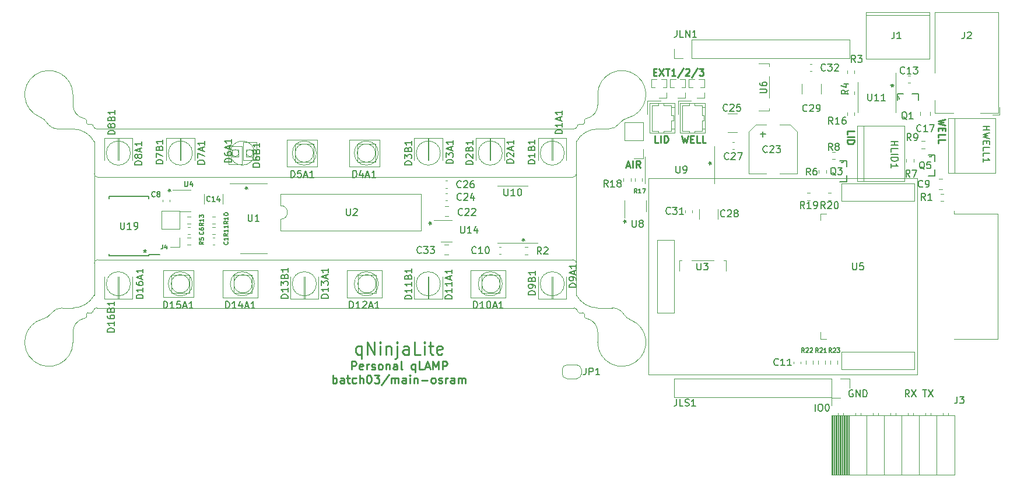
<source format=gto>
G04 #@! TF.GenerationSoftware,KiCad,Pcbnew,(6.0.5-0)*
G04 #@! TF.CreationDate,2022-08-16T03:19:52+09:00*
G04 #@! TF.ProjectId,qLAMP-main,714c414d-502d-46d6-9169-6e2e6b696361,rev?*
G04 #@! TF.SameCoordinates,Original*
G04 #@! TF.FileFunction,Legend,Top*
G04 #@! TF.FilePolarity,Positive*
%FSLAX46Y46*%
G04 Gerber Fmt 4.6, Leading zero omitted, Abs format (unit mm)*
G04 Created by KiCad (PCBNEW (6.0.5-0)) date 2022-08-16 03:19:52*
%MOMM*%
%LPD*%
G01*
G04 APERTURE LIST*
%ADD10C,0.100000*%
%ADD11C,0.254000*%
%ADD12C,0.150000*%
%ADD13C,0.149860*%
%ADD14C,0.120000*%
%ADD15C,0.152400*%
G04 APERTURE END LIST*
D10*
X147657227Y-111500000D02*
X147657227Y-92500000D01*
X70761525Y-88065903D02*
G75*
G03*
X69793791Y-87266166I-1693525J-1063897D01*
G01*
X70234056Y-116598779D02*
G75*
G03*
X71379757Y-115828755I-474256J1942979D01*
G01*
X127907202Y-111501637D02*
G75*
G03*
X127907202Y-111501637I-1750000J0D01*
G01*
X74563906Y-84004758D02*
G75*
G03*
X69793791Y-87266166I-3499996J-2D01*
G01*
X148059038Y-88305454D02*
G75*
G03*
X147886139Y-88404914I-38J-199946D01*
G01*
X76697682Y-115698282D02*
G75*
G03*
X76497682Y-115898256I18J-200018D01*
G01*
X76511958Y-88105442D02*
G75*
G03*
X76712016Y-88305442I200042J42D01*
G01*
X77255380Y-115698260D02*
G75*
G03*
X77428279Y-115598784I20J199960D01*
G01*
X77562677Y-88683690D02*
G75*
G03*
X77428293Y-88404914I-1863477J-726510D01*
G01*
X70761576Y-88065871D02*
G75*
G03*
X72455067Y-89001961I1693524J1063871D01*
G01*
X145907216Y-92502061D02*
G75*
G03*
X145907216Y-92502061I-1750000J0D01*
G01*
X72999668Y-115001696D02*
G75*
G03*
X71379757Y-115828755I32J-2000004D01*
G01*
X76512016Y-87717688D02*
X76512016Y-88105442D01*
X150750462Y-118498940D02*
G75*
G03*
X149182810Y-116546221I-1999962J40D01*
G01*
X77657201Y-90864958D02*
G75*
G03*
X74563643Y-89001961I-3093601J-1637042D01*
G01*
X74563901Y-118498940D02*
X74563901Y-119998940D01*
X147657202Y-108501637D02*
X147657202Y-113138748D01*
X148816736Y-88105442D02*
X148816736Y-87712572D01*
X77428284Y-115598787D02*
G75*
G03*
X77562669Y-115320010I-1729084J1005287D01*
G01*
X72999668Y-115001737D02*
X74563629Y-115001737D01*
X147285904Y-89002089D02*
G75*
G03*
X147751749Y-88683688I-4J499989D01*
G01*
X74563944Y-85504758D02*
G75*
G03*
X76131608Y-87457477I1999956J-42D01*
G01*
X74563915Y-84004758D02*
X74563915Y-85504758D01*
X78028528Y-89002061D02*
X147285904Y-89002061D01*
X109907202Y-111501637D02*
G75*
G03*
X109907202Y-111501637I-1750000J0D01*
G01*
X77657216Y-95502061D02*
X77657216Y-90864950D01*
X91907216Y-92502061D02*
G75*
G03*
X91907216Y-92502061I-1750000J0D01*
G01*
X152314750Y-89001961D02*
X150750789Y-89001961D01*
X77657202Y-113138748D02*
X77657202Y-108501637D01*
X147886136Y-88404912D02*
G75*
G03*
X147751749Y-88683688I1729064J-1005288D01*
G01*
X148934323Y-116474066D02*
G75*
G03*
X149182810Y-116546221I680677J1880166D01*
G01*
X77562682Y-88683688D02*
G75*
G03*
X78028528Y-89002061I465818J181588D01*
G01*
X76131593Y-116546217D02*
G75*
G03*
X76364170Y-116479751I-432293J1952817D01*
G01*
X155080376Y-87404975D02*
G75*
G03*
X150750517Y-84004758I-829876J3400175D01*
G01*
X136907202Y-111501637D02*
G75*
G03*
X136907202Y-111501637I-1750000J0D01*
G01*
X154552886Y-115937800D02*
G75*
G03*
X155520627Y-116737532I1693514J1063900D01*
G01*
X70234037Y-116598704D02*
G75*
G03*
X74563901Y-119998940I829863J-3400196D01*
G01*
X118907216Y-92502061D02*
G75*
G03*
X118907216Y-92502061I-1750000J0D01*
G01*
X147157216Y-96002061D02*
X78157216Y-96002061D01*
X118907202Y-111501637D02*
G75*
G03*
X118907202Y-111501637I-1750000J0D01*
G01*
X76131586Y-116546184D02*
G75*
G03*
X74563901Y-118498940I432314J-1952716D01*
G01*
X147657163Y-108501637D02*
G75*
G03*
X147157202Y-108001637I-499963J37D01*
G01*
X150750499Y-119998940D02*
G75*
G03*
X155520627Y-116737532I3500001J0D01*
G01*
X91907202Y-111501637D02*
G75*
G03*
X91907202Y-111501637I-1750000J0D01*
G01*
X150750775Y-115001737D02*
X152859351Y-115001737D01*
X147657216Y-90864950D02*
X147657216Y-95502061D01*
X147657204Y-113138747D02*
G75*
G03*
X150750775Y-115001737I3093596J1637047D01*
G01*
X100907202Y-111501637D02*
G75*
G03*
X100907202Y-111501637I-1750000J0D01*
G01*
X76712016Y-88305442D02*
X77255394Y-88305442D01*
X136907216Y-92502061D02*
G75*
G03*
X136907216Y-92502061I-1750000J0D01*
G01*
X147886126Y-115598783D02*
G75*
G03*
X148059024Y-115698256I172874J100483D01*
G01*
X109907216Y-92502061D02*
G75*
G03*
X109907216Y-92502061I-1750000J0D01*
G01*
X148059038Y-88305442D02*
X148616736Y-88305442D01*
X155080365Y-87404930D02*
G75*
G03*
X153934661Y-88174943I474235J-1942970D01*
G01*
X149182836Y-87457530D02*
G75*
G03*
X150750517Y-85504758I-432336J1952730D01*
G01*
X148950265Y-87523995D02*
G75*
G03*
X148816736Y-87712572I66435J-188605D01*
G01*
X145907202Y-111501637D02*
G75*
G03*
X145907202Y-111501637I-1750000J0D01*
G01*
X150750517Y-85504758D02*
X150750517Y-84004758D01*
X76497682Y-115898256D02*
X76497682Y-116291126D01*
X149182823Y-87457472D02*
G75*
G03*
X148950248Y-87523947I432377J-1952828D01*
G01*
X76380094Y-87529634D02*
G75*
G03*
X76131608Y-87457477I-680694J-1880166D01*
G01*
X147751722Y-115320015D02*
G75*
G03*
X147285890Y-115001637I-465822J-181585D01*
G01*
X148802444Y-115898256D02*
G75*
G03*
X148602402Y-115698256I-200044J-44D01*
G01*
X76364158Y-116479716D02*
G75*
G03*
X76497682Y-116291126I-66458J188616D01*
G01*
X154552902Y-115937790D02*
G75*
G03*
X152859351Y-115001737I-1693502J-1063910D01*
G01*
X78028514Y-115001627D02*
G75*
G03*
X77562669Y-115320010I-14J-499973D01*
G01*
X147157216Y-96002116D02*
G75*
G03*
X147657216Y-95502061I-16J500016D01*
G01*
X100907216Y-92502061D02*
G75*
G03*
X100907216Y-92502061I-1750000J0D01*
G01*
X152314750Y-89001936D02*
G75*
G03*
X153934661Y-88174943I50J1999936D01*
G01*
X77657214Y-92500000D02*
X77657214Y-111500000D01*
X147751740Y-115320008D02*
G75*
G03*
X147886125Y-115598784I1863460J726508D01*
G01*
X74563643Y-89001961D02*
X72455067Y-89001961D01*
X148616736Y-88305436D02*
G75*
G03*
X148816736Y-88105442I-36J200036D01*
G01*
X78157202Y-108001637D02*
X147157202Y-108001637D01*
X148802392Y-116286010D02*
G75*
G03*
X148934323Y-116474066I200008J10D01*
G01*
X77428280Y-88404922D02*
G75*
G03*
X77255394Y-88305442I-172880J-100478D01*
G01*
X77255380Y-115698256D02*
X76697682Y-115698256D01*
X76512016Y-87717688D02*
G75*
G03*
X76380095Y-87529632I-200016J-12D01*
G01*
X82907216Y-92502061D02*
G75*
G03*
X82907216Y-92502061I-1750000J0D01*
G01*
X77657239Y-95502061D02*
G75*
G03*
X78157216Y-96002061I499961J-39D01*
G01*
X148802402Y-116286010D02*
X148802402Y-115898256D01*
X150750789Y-89001972D02*
G75*
G03*
X147657216Y-90864950I11J-3500028D01*
G01*
X147285890Y-115001637D02*
X78028514Y-115001637D01*
X148602402Y-115698256D02*
X148059024Y-115698256D01*
X82907202Y-111501637D02*
G75*
G03*
X82907202Y-111501637I-1750000J0D01*
G01*
X150750503Y-119998940D02*
X150750503Y-118498940D01*
X74563629Y-115001743D02*
G75*
G03*
X77657202Y-113138748I-29J3500043D01*
G01*
X78157202Y-108001602D02*
G75*
G03*
X77657202Y-108501637I-2J-499998D01*
G01*
X127907216Y-92502061D02*
G75*
G03*
X127907216Y-92502061I-1750000J0D01*
G01*
D11*
X112291428Y-125962875D02*
X112291428Y-124762875D01*
X112291428Y-125220018D02*
X112405714Y-125162875D01*
X112634285Y-125162875D01*
X112748571Y-125220018D01*
X112805714Y-125277160D01*
X112862857Y-125391446D01*
X112862857Y-125734303D01*
X112805714Y-125848589D01*
X112748571Y-125905732D01*
X112634285Y-125962875D01*
X112405714Y-125962875D01*
X112291428Y-125905732D01*
X113891428Y-125962875D02*
X113891428Y-125334303D01*
X113834285Y-125220018D01*
X113720000Y-125162875D01*
X113491428Y-125162875D01*
X113377142Y-125220018D01*
X113891428Y-125905732D02*
X113777142Y-125962875D01*
X113491428Y-125962875D01*
X113377142Y-125905732D01*
X113320000Y-125791446D01*
X113320000Y-125677160D01*
X113377142Y-125562875D01*
X113491428Y-125505732D01*
X113777142Y-125505732D01*
X113891428Y-125448589D01*
X114291428Y-125162875D02*
X114748571Y-125162875D01*
X114462857Y-124762875D02*
X114462857Y-125791446D01*
X114520000Y-125905732D01*
X114634285Y-125962875D01*
X114748571Y-125962875D01*
X115662857Y-125905732D02*
X115548571Y-125962875D01*
X115320000Y-125962875D01*
X115205714Y-125905732D01*
X115148571Y-125848589D01*
X115091428Y-125734303D01*
X115091428Y-125391446D01*
X115148571Y-125277160D01*
X115205714Y-125220018D01*
X115320000Y-125162875D01*
X115548571Y-125162875D01*
X115662857Y-125220018D01*
X116177142Y-125962875D02*
X116177142Y-124762875D01*
X116691428Y-125962875D02*
X116691428Y-125334303D01*
X116634285Y-125220018D01*
X116520000Y-125162875D01*
X116348571Y-125162875D01*
X116234285Y-125220018D01*
X116177142Y-125277160D01*
X117491428Y-124762875D02*
X117605714Y-124762875D01*
X117720000Y-124820018D01*
X117777142Y-124877160D01*
X117834285Y-124991446D01*
X117891428Y-125220018D01*
X117891428Y-125505732D01*
X117834285Y-125734303D01*
X117777142Y-125848589D01*
X117720000Y-125905732D01*
X117605714Y-125962875D01*
X117491428Y-125962875D01*
X117377142Y-125905732D01*
X117320000Y-125848589D01*
X117262857Y-125734303D01*
X117205714Y-125505732D01*
X117205714Y-125220018D01*
X117262857Y-124991446D01*
X117320000Y-124877160D01*
X117377142Y-124820018D01*
X117491428Y-124762875D01*
X118291428Y-124762875D02*
X119034285Y-124762875D01*
X118634285Y-125220018D01*
X118805714Y-125220018D01*
X118920000Y-125277160D01*
X118977142Y-125334303D01*
X119034285Y-125448589D01*
X119034285Y-125734303D01*
X118977142Y-125848589D01*
X118920000Y-125905732D01*
X118805714Y-125962875D01*
X118462857Y-125962875D01*
X118348571Y-125905732D01*
X118291428Y-125848589D01*
X120405714Y-124705732D02*
X119377142Y-126248589D01*
X120805714Y-125962875D02*
X120805714Y-125162875D01*
X120805714Y-125277160D02*
X120862857Y-125220018D01*
X120977142Y-125162875D01*
X121148571Y-125162875D01*
X121262857Y-125220018D01*
X121320000Y-125334303D01*
X121320000Y-125962875D01*
X121320000Y-125334303D02*
X121377142Y-125220018D01*
X121491428Y-125162875D01*
X121662857Y-125162875D01*
X121777142Y-125220018D01*
X121834285Y-125334303D01*
X121834285Y-125962875D01*
X122920000Y-125962875D02*
X122920000Y-125334303D01*
X122862857Y-125220018D01*
X122748571Y-125162875D01*
X122520000Y-125162875D01*
X122405714Y-125220018D01*
X122920000Y-125905732D02*
X122805714Y-125962875D01*
X122520000Y-125962875D01*
X122405714Y-125905732D01*
X122348571Y-125791446D01*
X122348571Y-125677160D01*
X122405714Y-125562875D01*
X122520000Y-125505732D01*
X122805714Y-125505732D01*
X122920000Y-125448589D01*
X123491428Y-125962875D02*
X123491428Y-125162875D01*
X123491428Y-124762875D02*
X123434285Y-124820018D01*
X123491428Y-124877160D01*
X123548571Y-124820018D01*
X123491428Y-124762875D01*
X123491428Y-124877160D01*
X124062857Y-125162875D02*
X124062857Y-125962875D01*
X124062857Y-125277160D02*
X124120000Y-125220018D01*
X124234285Y-125162875D01*
X124405714Y-125162875D01*
X124520000Y-125220018D01*
X124577142Y-125334303D01*
X124577142Y-125962875D01*
X125148571Y-125505732D02*
X126062857Y-125505732D01*
X126805714Y-125962875D02*
X126691428Y-125905732D01*
X126634285Y-125848589D01*
X126577142Y-125734303D01*
X126577142Y-125391446D01*
X126634285Y-125277160D01*
X126691428Y-125220018D01*
X126805714Y-125162875D01*
X126977142Y-125162875D01*
X127091428Y-125220018D01*
X127148571Y-125277160D01*
X127205714Y-125391446D01*
X127205714Y-125734303D01*
X127148571Y-125848589D01*
X127091428Y-125905732D01*
X126977142Y-125962875D01*
X126805714Y-125962875D01*
X127662857Y-125905732D02*
X127777142Y-125962875D01*
X128005714Y-125962875D01*
X128120000Y-125905732D01*
X128177142Y-125791446D01*
X128177142Y-125734303D01*
X128120000Y-125620018D01*
X128005714Y-125562875D01*
X127834285Y-125562875D01*
X127720000Y-125505732D01*
X127662857Y-125391446D01*
X127662857Y-125334303D01*
X127720000Y-125220018D01*
X127834285Y-125162875D01*
X128005714Y-125162875D01*
X128120000Y-125220018D01*
X128691428Y-125962875D02*
X128691428Y-125162875D01*
X128691428Y-125391446D02*
X128748571Y-125277160D01*
X128805714Y-125220018D01*
X128920000Y-125162875D01*
X129034285Y-125162875D01*
X129948571Y-125962875D02*
X129948571Y-125334303D01*
X129891428Y-125220018D01*
X129777142Y-125162875D01*
X129548571Y-125162875D01*
X129434285Y-125220018D01*
X129948571Y-125905732D02*
X129834285Y-125962875D01*
X129548571Y-125962875D01*
X129434285Y-125905732D01*
X129377142Y-125791446D01*
X129377142Y-125677160D01*
X129434285Y-125562875D01*
X129548571Y-125505732D01*
X129834285Y-125505732D01*
X129948571Y-125448589D01*
X130520000Y-125962875D02*
X130520000Y-125162875D01*
X130520000Y-125277160D02*
X130577142Y-125220018D01*
X130691428Y-125162875D01*
X130862857Y-125162875D01*
X130977142Y-125220018D01*
X131034285Y-125334303D01*
X131034285Y-125962875D01*
X131034285Y-125334303D02*
X131091428Y-125220018D01*
X131205714Y-125162875D01*
X131377142Y-125162875D01*
X131491428Y-125220018D01*
X131548571Y-125334303D01*
X131548571Y-125962875D01*
X186960380Y-89784571D02*
X186960380Y-89300761D01*
X187976380Y-89300761D01*
X186960380Y-90123238D02*
X187976380Y-90123238D01*
X186960380Y-90607047D02*
X187976380Y-90607047D01*
X187976380Y-90848952D01*
X187928000Y-90994095D01*
X187831238Y-91090857D01*
X187734476Y-91139238D01*
X187540952Y-91187619D01*
X187395809Y-91187619D01*
X187202285Y-91139238D01*
X187105523Y-91090857D01*
X187008761Y-90994095D01*
X186960380Y-90848952D01*
X186960380Y-90607047D01*
X201256380Y-87602476D02*
X200240380Y-87844380D01*
X200966095Y-88037904D01*
X200240380Y-88231428D01*
X201256380Y-88473333D01*
X200772571Y-88860380D02*
X200772571Y-89199047D01*
X200240380Y-89344190D02*
X200240380Y-88860380D01*
X201256380Y-88860380D01*
X201256380Y-89344190D01*
X200240380Y-90263428D02*
X200240380Y-89779619D01*
X201256380Y-89779619D01*
X200240380Y-91085904D02*
X200240380Y-90602095D01*
X201256380Y-90602095D01*
X158855619Y-80717428D02*
X159194285Y-80717428D01*
X159339428Y-81249619D02*
X158855619Y-81249619D01*
X158855619Y-80233619D01*
X159339428Y-80233619D01*
X159678095Y-80233619D02*
X160355428Y-81249619D01*
X160355428Y-80233619D02*
X159678095Y-81249619D01*
X160597333Y-80233619D02*
X161177904Y-80233619D01*
X160887619Y-81249619D02*
X160887619Y-80233619D01*
X162048761Y-81249619D02*
X161468190Y-81249619D01*
X161758476Y-81249619D02*
X161758476Y-80233619D01*
X161661714Y-80378761D01*
X161564952Y-80475523D01*
X161468190Y-80523904D01*
X163209904Y-80185238D02*
X162339047Y-81491523D01*
X163500190Y-80330380D02*
X163548571Y-80282000D01*
X163645333Y-80233619D01*
X163887238Y-80233619D01*
X163984000Y-80282000D01*
X164032380Y-80330380D01*
X164080761Y-80427142D01*
X164080761Y-80523904D01*
X164032380Y-80669047D01*
X163451809Y-81249619D01*
X164080761Y-81249619D01*
X165241904Y-80185238D02*
X164371047Y-81491523D01*
X165483809Y-80233619D02*
X166112761Y-80233619D01*
X165774095Y-80620666D01*
X165919238Y-80620666D01*
X166016000Y-80669047D01*
X166064380Y-80717428D01*
X166112761Y-80814190D01*
X166112761Y-81056095D01*
X166064380Y-81152857D01*
X166016000Y-81201238D01*
X165919238Y-81249619D01*
X165628952Y-81249619D01*
X165532190Y-81201238D01*
X165483809Y-81152857D01*
X154948190Y-94359333D02*
X155432000Y-94359333D01*
X154851428Y-94649619D02*
X155190095Y-93633619D01*
X155528761Y-94649619D01*
X155867428Y-94649619D02*
X155867428Y-93633619D01*
X156931809Y-94649619D02*
X156593142Y-94165809D01*
X156351238Y-94649619D02*
X156351238Y-93633619D01*
X156738285Y-93633619D01*
X156835047Y-93682000D01*
X156883428Y-93730380D01*
X156931809Y-93827142D01*
X156931809Y-93972285D01*
X156883428Y-94069047D01*
X156835047Y-94117428D01*
X156738285Y-94165809D01*
X156351238Y-94165809D01*
X162972476Y-89993619D02*
X163214380Y-91009619D01*
X163407904Y-90283904D01*
X163601428Y-91009619D01*
X163843333Y-89993619D01*
X164230380Y-90477428D02*
X164569047Y-90477428D01*
X164714190Y-91009619D02*
X164230380Y-91009619D01*
X164230380Y-89993619D01*
X164714190Y-89993619D01*
X165633428Y-91009619D02*
X165149619Y-91009619D01*
X165149619Y-89993619D01*
X166455904Y-91009619D02*
X165972095Y-91009619D01*
X165972095Y-89993619D01*
X159574571Y-90979619D02*
X159090761Y-90979619D01*
X159090761Y-89963619D01*
X159913238Y-90979619D02*
X159913238Y-89963619D01*
X160397047Y-90979619D02*
X160397047Y-89963619D01*
X160638952Y-89963619D01*
X160784095Y-90012000D01*
X160880857Y-90108761D01*
X160929238Y-90205523D01*
X160977619Y-90399047D01*
X160977619Y-90544190D01*
X160929238Y-90737714D01*
X160880857Y-90834476D01*
X160784095Y-90931238D01*
X160638952Y-90979619D01*
X160397047Y-90979619D01*
D12*
X193530000Y-82462380D02*
X193530000Y-82700476D01*
X193291904Y-82605238D02*
X193530000Y-82700476D01*
X193768095Y-82605238D01*
X193387142Y-82890952D02*
X193530000Y-82700476D01*
X193672857Y-82890952D01*
D11*
X115005714Y-123962873D02*
X115005714Y-122762873D01*
X115462857Y-122762873D01*
X115577142Y-122820016D01*
X115634285Y-122877158D01*
X115691428Y-122991444D01*
X115691428Y-123162873D01*
X115634285Y-123277158D01*
X115577142Y-123334301D01*
X115462857Y-123391444D01*
X115005714Y-123391444D01*
X116662857Y-123905730D02*
X116548571Y-123962873D01*
X116320000Y-123962873D01*
X116205714Y-123905730D01*
X116148571Y-123791444D01*
X116148571Y-123334301D01*
X116205714Y-123220016D01*
X116320000Y-123162873D01*
X116548571Y-123162873D01*
X116662857Y-123220016D01*
X116720000Y-123334301D01*
X116720000Y-123448587D01*
X116148571Y-123562873D01*
X117234285Y-123962873D02*
X117234285Y-123162873D01*
X117234285Y-123391444D02*
X117291428Y-123277158D01*
X117348571Y-123220016D01*
X117462857Y-123162873D01*
X117577142Y-123162873D01*
X117920000Y-123905730D02*
X118034285Y-123962873D01*
X118262857Y-123962873D01*
X118377142Y-123905730D01*
X118434285Y-123791444D01*
X118434285Y-123734301D01*
X118377142Y-123620016D01*
X118262857Y-123562873D01*
X118091428Y-123562873D01*
X117977142Y-123505730D01*
X117920000Y-123391444D01*
X117920000Y-123334301D01*
X117977142Y-123220016D01*
X118091428Y-123162873D01*
X118262857Y-123162873D01*
X118377142Y-123220016D01*
X119120000Y-123962873D02*
X119005714Y-123905730D01*
X118948571Y-123848587D01*
X118891428Y-123734301D01*
X118891428Y-123391444D01*
X118948571Y-123277158D01*
X119005714Y-123220016D01*
X119120000Y-123162873D01*
X119291428Y-123162873D01*
X119405714Y-123220016D01*
X119462857Y-123277158D01*
X119520000Y-123391444D01*
X119520000Y-123734301D01*
X119462857Y-123848587D01*
X119405714Y-123905730D01*
X119291428Y-123962873D01*
X119120000Y-123962873D01*
X120034285Y-123162873D02*
X120034285Y-123962873D01*
X120034285Y-123277158D02*
X120091428Y-123220016D01*
X120205714Y-123162873D01*
X120377142Y-123162873D01*
X120491428Y-123220016D01*
X120548571Y-123334301D01*
X120548571Y-123962873D01*
X121634285Y-123962873D02*
X121634285Y-123334301D01*
X121577142Y-123220016D01*
X121462857Y-123162873D01*
X121234285Y-123162873D01*
X121120000Y-123220016D01*
X121634285Y-123905730D02*
X121520000Y-123962873D01*
X121234285Y-123962873D01*
X121120000Y-123905730D01*
X121062857Y-123791444D01*
X121062857Y-123677158D01*
X121120000Y-123562873D01*
X121234285Y-123505730D01*
X121520000Y-123505730D01*
X121634285Y-123448587D01*
X122377142Y-123962873D02*
X122262857Y-123905730D01*
X122205714Y-123791444D01*
X122205714Y-122762873D01*
X124262857Y-123162873D02*
X124262857Y-124362873D01*
X124262857Y-123905730D02*
X124148571Y-123962873D01*
X123920000Y-123962873D01*
X123805714Y-123905730D01*
X123748571Y-123848587D01*
X123691428Y-123734301D01*
X123691428Y-123391444D01*
X123748571Y-123277158D01*
X123805714Y-123220016D01*
X123920000Y-123162873D01*
X124148571Y-123162873D01*
X124262857Y-123220016D01*
X125405714Y-123962873D02*
X124834285Y-123962873D01*
X124834285Y-122762873D01*
X125748571Y-123620016D02*
X126320000Y-123620016D01*
X125634285Y-123962873D02*
X126034285Y-122762873D01*
X126434285Y-123962873D01*
X126834285Y-123962873D02*
X126834285Y-122762873D01*
X127234285Y-123620016D01*
X127634285Y-122762873D01*
X127634285Y-123962873D01*
X128205714Y-123962873D02*
X128205714Y-122762873D01*
X128662857Y-122762873D01*
X128777142Y-122820016D01*
X128834285Y-122877158D01*
X128891428Y-122991444D01*
X128891428Y-123162873D01*
X128834285Y-123277158D01*
X128777142Y-123334301D01*
X128662857Y-123391444D01*
X128205714Y-123391444D01*
D12*
X197939095Y-126932389D02*
X198510523Y-126932389D01*
X198224809Y-127932389D02*
X198224809Y-126932389D01*
X198748619Y-126932389D02*
X199415285Y-127932389D01*
X199415285Y-126932389D02*
X198748619Y-127932389D01*
D11*
X116434285Y-120574285D02*
X116434285Y-122374285D01*
X116434285Y-121688571D02*
X116262857Y-121774285D01*
X115920000Y-121774285D01*
X115748571Y-121688571D01*
X115662857Y-121602857D01*
X115577142Y-121431428D01*
X115577142Y-120917142D01*
X115662857Y-120745714D01*
X115748571Y-120660000D01*
X115920000Y-120574285D01*
X116262857Y-120574285D01*
X116434285Y-120660000D01*
X117291428Y-121774285D02*
X117291428Y-119974285D01*
X118320000Y-121774285D01*
X118320000Y-119974285D01*
X119177142Y-121774285D02*
X119177142Y-120574285D01*
X119177142Y-119974285D02*
X119091428Y-120060000D01*
X119177142Y-120145714D01*
X119262857Y-120060000D01*
X119177142Y-119974285D01*
X119177142Y-120145714D01*
X120034285Y-120574285D02*
X120034285Y-121774285D01*
X120034285Y-120745714D02*
X120120000Y-120660000D01*
X120291428Y-120574285D01*
X120548571Y-120574285D01*
X120720000Y-120660000D01*
X120805714Y-120831428D01*
X120805714Y-121774285D01*
X121662857Y-120574285D02*
X121662857Y-122117142D01*
X121577142Y-122288571D01*
X121405714Y-122374285D01*
X121320000Y-122374285D01*
X121662857Y-119974285D02*
X121577142Y-120060000D01*
X121662857Y-120145714D01*
X121748571Y-120060000D01*
X121662857Y-119974285D01*
X121662857Y-120145714D01*
X123291428Y-121774285D02*
X123291428Y-120831428D01*
X123205714Y-120660000D01*
X123034285Y-120574285D01*
X122691428Y-120574285D01*
X122520000Y-120660000D01*
X123291428Y-121688571D02*
X123120000Y-121774285D01*
X122691428Y-121774285D01*
X122520000Y-121688571D01*
X122434285Y-121517142D01*
X122434285Y-121345714D01*
X122520000Y-121174285D01*
X122691428Y-121088571D01*
X123120000Y-121088571D01*
X123291428Y-121002857D01*
X125005714Y-121774285D02*
X124148571Y-121774285D01*
X124148571Y-119974285D01*
X125605714Y-121774285D02*
X125605714Y-120574285D01*
X125605714Y-119974285D02*
X125520000Y-120060000D01*
X125605714Y-120145714D01*
X125691428Y-120060000D01*
X125605714Y-119974285D01*
X125605714Y-120145714D01*
X126205714Y-120574285D02*
X126891428Y-120574285D01*
X126462857Y-119974285D02*
X126462857Y-121517142D01*
X126548571Y-121688571D01*
X126720000Y-121774285D01*
X126891428Y-121774285D01*
X128177142Y-121688571D02*
X128005714Y-121774285D01*
X127662857Y-121774285D01*
X127491428Y-121688571D01*
X127405714Y-121517142D01*
X127405714Y-120831428D01*
X127491428Y-120660000D01*
X127662857Y-120574285D01*
X128005714Y-120574285D01*
X128177142Y-120660000D01*
X128262857Y-120831428D01*
X128262857Y-121002857D01*
X127405714Y-121174285D01*
D12*
X126222380Y-102690000D02*
X126460476Y-102690000D01*
X126365238Y-102928095D02*
X126460476Y-102690000D01*
X126365238Y-102451904D01*
X126650952Y-102832857D02*
X126460476Y-102690000D01*
X126650952Y-102547142D01*
X195994333Y-127932389D02*
X195661000Y-127456199D01*
X195422904Y-127932389D02*
X195422904Y-126932389D01*
X195803857Y-126932389D01*
X195899095Y-126980009D01*
X195946714Y-127027628D01*
X195994333Y-127122866D01*
X195994333Y-127265723D01*
X195946714Y-127360961D01*
X195899095Y-127408580D01*
X195803857Y-127456199D01*
X195422904Y-127456199D01*
X196327666Y-126932389D02*
X196994333Y-127932389D01*
X196994333Y-126932389D02*
X196327666Y-127932389D01*
X85020000Y-106492380D02*
X85020000Y-106730476D01*
X84781904Y-106635238D02*
X85020000Y-106730476D01*
X85258095Y-106635238D01*
X84877142Y-106920952D02*
X85020000Y-106730476D01*
X85162857Y-106920952D01*
X187779095Y-126980009D02*
X187683857Y-126932389D01*
X187541000Y-126932389D01*
X187398142Y-126980009D01*
X187302904Y-127075247D01*
X187255285Y-127170485D01*
X187207666Y-127360961D01*
X187207666Y-127503818D01*
X187255285Y-127694294D01*
X187302904Y-127789532D01*
X187398142Y-127884770D01*
X187541000Y-127932389D01*
X187636238Y-127932389D01*
X187779095Y-127884770D01*
X187826714Y-127837151D01*
X187826714Y-127503818D01*
X187636238Y-127503818D01*
X188255285Y-127932389D02*
X188255285Y-126932389D01*
X188826714Y-127932389D01*
X188826714Y-126932389D01*
X189302904Y-127932389D02*
X189302904Y-126932389D01*
X189541000Y-126932389D01*
X189683857Y-126980009D01*
X189779095Y-127075247D01*
X189826714Y-127170485D01*
X189874333Y-127360961D01*
X189874333Y-127503818D01*
X189826714Y-127694294D01*
X189779095Y-127789532D01*
X189683857Y-127884770D01*
X189541000Y-127932389D01*
X189302904Y-127932389D01*
X182320000Y-129992380D02*
X182320000Y-128992380D01*
X182986666Y-128992380D02*
X183177142Y-128992380D01*
X183272380Y-129040000D01*
X183367619Y-129135238D01*
X183415238Y-129325714D01*
X183415238Y-129659047D01*
X183367619Y-129849523D01*
X183272380Y-129944761D01*
X183177142Y-129992380D01*
X182986666Y-129992380D01*
X182891428Y-129944761D01*
X182796190Y-129849523D01*
X182748571Y-129659047D01*
X182748571Y-129325714D01*
X182796190Y-129135238D01*
X182891428Y-129040000D01*
X182986666Y-128992380D01*
X184034285Y-128992380D02*
X184129523Y-128992380D01*
X184224761Y-129040000D01*
X184272380Y-129087619D01*
X184320000Y-129182857D01*
X184367619Y-129373333D01*
X184367619Y-129611428D01*
X184320000Y-129801904D01*
X184272380Y-129897142D01*
X184224761Y-129944761D01*
X184129523Y-129992380D01*
X184034285Y-129992380D01*
X183939047Y-129944761D01*
X183891428Y-129897142D01*
X183843809Y-129801904D01*
X183796190Y-129611428D01*
X183796190Y-129373333D01*
X183843809Y-129182857D01*
X183891428Y-129087619D01*
X183939047Y-129040000D01*
X184034285Y-128992380D01*
X206687618Y-88584770D02*
X207687618Y-88584770D01*
X207211427Y-88584770D02*
X207211427Y-89156199D01*
X206687618Y-89156199D02*
X207687618Y-89156199D01*
X207687618Y-89537151D02*
X206687618Y-89775247D01*
X207401903Y-89965723D01*
X206687618Y-90156199D01*
X207687618Y-90394294D01*
X207211427Y-90775247D02*
X207211427Y-91108580D01*
X206687618Y-91251437D02*
X206687618Y-90775247D01*
X207687618Y-90775247D01*
X207687618Y-91251437D01*
X206687618Y-92156199D02*
X206687618Y-91680009D01*
X207687618Y-91680009D01*
X206687618Y-92965723D02*
X206687618Y-92489532D01*
X207687618Y-92489532D01*
X206687618Y-93822866D02*
X206687618Y-93251437D01*
X206687618Y-93537151D02*
X207687618Y-93537151D01*
X207544760Y-93441913D01*
X207449522Y-93346675D01*
X207401903Y-93251437D01*
X149046666Y-123732380D02*
X149046666Y-124446666D01*
X148999047Y-124589523D01*
X148903809Y-124684761D01*
X148760952Y-124732380D01*
X148665714Y-124732380D01*
X149522857Y-124732380D02*
X149522857Y-123732380D01*
X149903809Y-123732380D01*
X149999047Y-123780000D01*
X150046666Y-123827619D01*
X150094285Y-123922857D01*
X150094285Y-124065714D01*
X150046666Y-124160952D01*
X149999047Y-124208571D01*
X149903809Y-124256190D01*
X149522857Y-124256190D01*
X151046666Y-124732380D02*
X150475238Y-124732380D01*
X150760952Y-124732380D02*
X150760952Y-123732380D01*
X150665714Y-123875238D01*
X150570476Y-123970476D01*
X150475238Y-124018095D01*
X189981904Y-83872380D02*
X189981904Y-84681904D01*
X190029523Y-84777142D01*
X190077142Y-84824761D01*
X190172380Y-84872380D01*
X190362857Y-84872380D01*
X190458095Y-84824761D01*
X190505714Y-84777142D01*
X190553333Y-84681904D01*
X190553333Y-83872380D01*
X191553333Y-84872380D02*
X190981904Y-84872380D01*
X191267619Y-84872380D02*
X191267619Y-83872380D01*
X191172380Y-84015238D01*
X191077142Y-84110476D01*
X190981904Y-84158095D01*
X192505714Y-84872380D02*
X191934285Y-84872380D01*
X192220000Y-84872380D02*
X192220000Y-83872380D01*
X192124761Y-84015238D01*
X192029523Y-84110476D01*
X191934285Y-84158095D01*
X130841904Y-103132386D02*
X130841904Y-103941910D01*
X130889523Y-104037148D01*
X130937142Y-104084767D01*
X131032380Y-104132386D01*
X131222857Y-104132386D01*
X131318095Y-104084767D01*
X131365714Y-104037148D01*
X131413333Y-103941910D01*
X131413333Y-103132386D01*
X132413333Y-104132386D02*
X131841904Y-104132386D01*
X132127619Y-104132386D02*
X132127619Y-103132386D01*
X132032380Y-103275244D01*
X131937142Y-103370482D01*
X131841904Y-103418101D01*
X133270476Y-103465720D02*
X133270476Y-104132386D01*
X133032380Y-103084767D02*
X132794285Y-103799053D01*
X133413333Y-103799053D01*
X131117142Y-101457142D02*
X131069523Y-101504761D01*
X130926666Y-101552380D01*
X130831428Y-101552380D01*
X130688571Y-101504761D01*
X130593333Y-101409523D01*
X130545714Y-101314285D01*
X130498095Y-101123809D01*
X130498095Y-100980952D01*
X130545714Y-100790476D01*
X130593333Y-100695238D01*
X130688571Y-100600000D01*
X130831428Y-100552380D01*
X130926666Y-100552380D01*
X131069523Y-100600000D01*
X131117142Y-100647619D01*
X131498095Y-100647619D02*
X131545714Y-100600000D01*
X131640952Y-100552380D01*
X131879047Y-100552380D01*
X131974285Y-100600000D01*
X132021904Y-100647619D01*
X132069523Y-100742857D01*
X132069523Y-100838095D01*
X132021904Y-100980952D01*
X131450476Y-101552380D01*
X132069523Y-101552380D01*
X132450476Y-100647619D02*
X132498095Y-100600000D01*
X132593333Y-100552380D01*
X132831428Y-100552380D01*
X132926666Y-100600000D01*
X132974285Y-100647619D01*
X133021904Y-100742857D01*
X133021904Y-100838095D01*
X132974285Y-100980952D01*
X132402857Y-101552380D01*
X133021904Y-101552380D01*
X175367142Y-92327142D02*
X175319523Y-92374761D01*
X175176666Y-92422380D01*
X175081428Y-92422380D01*
X174938571Y-92374761D01*
X174843333Y-92279523D01*
X174795714Y-92184285D01*
X174748095Y-91993809D01*
X174748095Y-91850952D01*
X174795714Y-91660476D01*
X174843333Y-91565238D01*
X174938571Y-91470000D01*
X175081428Y-91422380D01*
X175176666Y-91422380D01*
X175319523Y-91470000D01*
X175367142Y-91517619D01*
X175748095Y-91517619D02*
X175795714Y-91470000D01*
X175890952Y-91422380D01*
X176129047Y-91422380D01*
X176224285Y-91470000D01*
X176271904Y-91517619D01*
X176319523Y-91612857D01*
X176319523Y-91708095D01*
X176271904Y-91850952D01*
X175700476Y-92422380D01*
X176319523Y-92422380D01*
X176652857Y-91422380D02*
X177271904Y-91422380D01*
X176938571Y-91803333D01*
X177081428Y-91803333D01*
X177176666Y-91850952D01*
X177224285Y-91898571D01*
X177271904Y-91993809D01*
X177271904Y-92231904D01*
X177224285Y-92327142D01*
X177176666Y-92374761D01*
X177081428Y-92422380D01*
X176795714Y-92422380D01*
X176700476Y-92374761D01*
X176652857Y-92327142D01*
X139772380Y-105100000D02*
X140010476Y-105100000D01*
X139915238Y-105338095D02*
X140010476Y-105100000D01*
X139915238Y-104861904D01*
X140200952Y-105242857D02*
X140010476Y-105100000D01*
X140200952Y-104957142D01*
X88372380Y-97910000D02*
X88610476Y-97910000D01*
X88515238Y-98148095D02*
X88610476Y-97910000D01*
X88515238Y-97671904D01*
X88800952Y-98052857D02*
X88610476Y-97910000D01*
X88800952Y-97767142D01*
X154482380Y-102410000D02*
X154720476Y-102410000D01*
X154625238Y-102648095D02*
X154720476Y-102410000D01*
X154625238Y-102171904D01*
X154910952Y-102552857D02*
X154720476Y-102410000D01*
X154910952Y-102267142D01*
X174741428Y-90140952D02*
X174741428Y-89379047D01*
X175122380Y-89760000D02*
X174360476Y-89760000D01*
X99542380Y-97570000D02*
X99780476Y-97570000D01*
X99685238Y-97808095D02*
X99780476Y-97570000D01*
X99685238Y-97331904D01*
X99970952Y-97712857D02*
X99780476Y-97570000D01*
X99970952Y-97427142D01*
X166842380Y-93950000D02*
X167080476Y-93950000D01*
X166985238Y-94188095D02*
X167080476Y-93950000D01*
X166985238Y-93711904D01*
X167270952Y-94092857D02*
X167080476Y-93950000D01*
X167270952Y-93807142D01*
X130947142Y-99257142D02*
X130899523Y-99304761D01*
X130756666Y-99352380D01*
X130661428Y-99352380D01*
X130518571Y-99304761D01*
X130423333Y-99209523D01*
X130375714Y-99114285D01*
X130328095Y-98923809D01*
X130328095Y-98780952D01*
X130375714Y-98590476D01*
X130423333Y-98495238D01*
X130518571Y-98400000D01*
X130661428Y-98352380D01*
X130756666Y-98352380D01*
X130899523Y-98400000D01*
X130947142Y-98447619D01*
X131328095Y-98447619D02*
X131375714Y-98400000D01*
X131470952Y-98352380D01*
X131709047Y-98352380D01*
X131804285Y-98400000D01*
X131851904Y-98447619D01*
X131899523Y-98542857D01*
X131899523Y-98638095D01*
X131851904Y-98780952D01*
X131280476Y-99352380D01*
X131899523Y-99352380D01*
X132756666Y-98685714D02*
X132756666Y-99352380D01*
X132518571Y-98304761D02*
X132280476Y-99019047D01*
X132899523Y-99019047D01*
X169587142Y-86307142D02*
X169539523Y-86354761D01*
X169396666Y-86402380D01*
X169301428Y-86402380D01*
X169158571Y-86354761D01*
X169063333Y-86259523D01*
X169015714Y-86164285D01*
X168968095Y-85973809D01*
X168968095Y-85830952D01*
X169015714Y-85640476D01*
X169063333Y-85545238D01*
X169158571Y-85450000D01*
X169301428Y-85402380D01*
X169396666Y-85402380D01*
X169539523Y-85450000D01*
X169587142Y-85497619D01*
X169968095Y-85497619D02*
X170015714Y-85450000D01*
X170110952Y-85402380D01*
X170349047Y-85402380D01*
X170444285Y-85450000D01*
X170491904Y-85497619D01*
X170539523Y-85592857D01*
X170539523Y-85688095D01*
X170491904Y-85830952D01*
X169920476Y-86402380D01*
X170539523Y-86402380D01*
X171444285Y-85402380D02*
X170968095Y-85402380D01*
X170920476Y-85878571D01*
X170968095Y-85830952D01*
X171063333Y-85783333D01*
X171301428Y-85783333D01*
X171396666Y-85830952D01*
X171444285Y-85878571D01*
X171491904Y-85973809D01*
X171491904Y-86211904D01*
X171444285Y-86307142D01*
X171396666Y-86354761D01*
X171301428Y-86402380D01*
X171063333Y-86402380D01*
X170968095Y-86354761D01*
X170920476Y-86307142D01*
X169767152Y-93347142D02*
X169719533Y-93394761D01*
X169576676Y-93442380D01*
X169481438Y-93442380D01*
X169338581Y-93394761D01*
X169243343Y-93299523D01*
X169195724Y-93204285D01*
X169148105Y-93013809D01*
X169148105Y-92870952D01*
X169195724Y-92680476D01*
X169243343Y-92585238D01*
X169338581Y-92490000D01*
X169481438Y-92442380D01*
X169576676Y-92442380D01*
X169719533Y-92490000D01*
X169767152Y-92537619D01*
X170148105Y-92537619D02*
X170195724Y-92490000D01*
X170290962Y-92442380D01*
X170529057Y-92442380D01*
X170624295Y-92490000D01*
X170671914Y-92537619D01*
X170719533Y-92632857D01*
X170719533Y-92728095D01*
X170671914Y-92870952D01*
X170100486Y-93442380D01*
X170719533Y-93442380D01*
X171052867Y-92442380D02*
X171719533Y-92442380D01*
X171290962Y-93442380D01*
X181137142Y-86357142D02*
X181089523Y-86404761D01*
X180946666Y-86452380D01*
X180851428Y-86452380D01*
X180708571Y-86404761D01*
X180613333Y-86309523D01*
X180565714Y-86214285D01*
X180518095Y-86023809D01*
X180518095Y-85880952D01*
X180565714Y-85690476D01*
X180613333Y-85595238D01*
X180708571Y-85500000D01*
X180851428Y-85452380D01*
X180946666Y-85452380D01*
X181089523Y-85500000D01*
X181137142Y-85547619D01*
X181518095Y-85547619D02*
X181565714Y-85500000D01*
X181660952Y-85452380D01*
X181899047Y-85452380D01*
X181994285Y-85500000D01*
X182041904Y-85547619D01*
X182089523Y-85642857D01*
X182089523Y-85738095D01*
X182041904Y-85880952D01*
X181470476Y-86452380D01*
X182089523Y-86452380D01*
X182565714Y-86452380D02*
X182756190Y-86452380D01*
X182851428Y-86404761D01*
X182899047Y-86357142D01*
X182994285Y-86214285D01*
X183041904Y-86023809D01*
X183041904Y-85642857D01*
X182994285Y-85547619D01*
X182946666Y-85500000D01*
X182851428Y-85452380D01*
X182660952Y-85452380D01*
X182565714Y-85500000D01*
X182518095Y-85547619D01*
X182470476Y-85642857D01*
X182470476Y-85880952D01*
X182518095Y-85976190D01*
X182565714Y-86023809D01*
X182660952Y-86071428D01*
X182851428Y-86071428D01*
X182946666Y-86023809D01*
X182994285Y-85976190D01*
X183041904Y-85880952D01*
X161297142Y-101287142D02*
X161249523Y-101334761D01*
X161106666Y-101382380D01*
X161011428Y-101382380D01*
X160868571Y-101334761D01*
X160773333Y-101239523D01*
X160725714Y-101144285D01*
X160678095Y-100953809D01*
X160678095Y-100810952D01*
X160725714Y-100620476D01*
X160773333Y-100525238D01*
X160868571Y-100430000D01*
X161011428Y-100382380D01*
X161106666Y-100382380D01*
X161249523Y-100430000D01*
X161297142Y-100477619D01*
X161630476Y-100382380D02*
X162249523Y-100382380D01*
X161916190Y-100763333D01*
X162059047Y-100763333D01*
X162154285Y-100810952D01*
X162201904Y-100858571D01*
X162249523Y-100953809D01*
X162249523Y-101191904D01*
X162201904Y-101287142D01*
X162154285Y-101334761D01*
X162059047Y-101382380D01*
X161773333Y-101382380D01*
X161678095Y-101334761D01*
X161630476Y-101287142D01*
X163201904Y-101382380D02*
X162630476Y-101382380D01*
X162916190Y-101382380D02*
X162916190Y-100382380D01*
X162820952Y-100525238D01*
X162725714Y-100620476D01*
X162630476Y-100668095D01*
X125147142Y-106987142D02*
X125099523Y-107034761D01*
X124956666Y-107082380D01*
X124861428Y-107082380D01*
X124718571Y-107034761D01*
X124623333Y-106939523D01*
X124575714Y-106844285D01*
X124528095Y-106653809D01*
X124528095Y-106510952D01*
X124575714Y-106320476D01*
X124623333Y-106225238D01*
X124718571Y-106130000D01*
X124861428Y-106082380D01*
X124956666Y-106082380D01*
X125099523Y-106130000D01*
X125147142Y-106177619D01*
X125480476Y-106082380D02*
X126099523Y-106082380D01*
X125766190Y-106463333D01*
X125909047Y-106463333D01*
X126004285Y-106510952D01*
X126051904Y-106558571D01*
X126099523Y-106653809D01*
X126099523Y-106891904D01*
X126051904Y-106987142D01*
X126004285Y-107034761D01*
X125909047Y-107082380D01*
X125623333Y-107082380D01*
X125528095Y-107034761D01*
X125480476Y-106987142D01*
X126432857Y-106082380D02*
X127051904Y-106082380D01*
X126718571Y-106463333D01*
X126861428Y-106463333D01*
X126956666Y-106510952D01*
X127004285Y-106558571D01*
X127051904Y-106653809D01*
X127051904Y-106891904D01*
X127004285Y-106987142D01*
X126956666Y-107034761D01*
X126861428Y-107082380D01*
X126575714Y-107082380D01*
X126480476Y-107034761D01*
X126432857Y-106987142D01*
X195307142Y-80877142D02*
X195259523Y-80924761D01*
X195116666Y-80972380D01*
X195021428Y-80972380D01*
X194878571Y-80924761D01*
X194783333Y-80829523D01*
X194735714Y-80734285D01*
X194688095Y-80543809D01*
X194688095Y-80400952D01*
X194735714Y-80210476D01*
X194783333Y-80115238D01*
X194878571Y-80020000D01*
X195021428Y-79972380D01*
X195116666Y-79972380D01*
X195259523Y-80020000D01*
X195307142Y-80067619D01*
X196259523Y-80972380D02*
X195688095Y-80972380D01*
X195973809Y-80972380D02*
X195973809Y-79972380D01*
X195878571Y-80115238D01*
X195783333Y-80210476D01*
X195688095Y-80258095D01*
X196592857Y-79972380D02*
X197211904Y-79972380D01*
X196878571Y-80353333D01*
X197021428Y-80353333D01*
X197116666Y-80400952D01*
X197164285Y-80448571D01*
X197211904Y-80543809D01*
X197211904Y-80781904D01*
X197164285Y-80877142D01*
X197116666Y-80924761D01*
X197021428Y-80972380D01*
X196735714Y-80972380D01*
X196640476Y-80924761D01*
X196592857Y-80877142D01*
X94460143Y-99452132D02*
X94423858Y-99488418D01*
X94315001Y-99524704D01*
X94242429Y-99524704D01*
X94133572Y-99488418D01*
X94061001Y-99415847D01*
X94024715Y-99343275D01*
X93988429Y-99198132D01*
X93988429Y-99089275D01*
X94024715Y-98944132D01*
X94061001Y-98871561D01*
X94133572Y-98798990D01*
X94242429Y-98762704D01*
X94315001Y-98762704D01*
X94423858Y-98798990D01*
X94460143Y-98835275D01*
X95185858Y-99524704D02*
X94750429Y-99524704D01*
X94968143Y-99524704D02*
X94968143Y-98762704D01*
X94895572Y-98871561D01*
X94823001Y-98944132D01*
X94750429Y-98980418D01*
X95839001Y-99016704D02*
X95839001Y-99524704D01*
X95657572Y-98726418D02*
X95476143Y-99270704D01*
X95947858Y-99270704D01*
X193367619Y-90795238D02*
X194367619Y-90795238D01*
X193891428Y-90795238D02*
X193891428Y-91366666D01*
X193367619Y-91366666D02*
X194367619Y-91366666D01*
X193367619Y-92319047D02*
X193367619Y-91842857D01*
X194367619Y-91842857D01*
X193367619Y-92652380D02*
X194367619Y-92652380D01*
X193367619Y-93128571D02*
X194367619Y-93128571D01*
X194367619Y-93366666D01*
X194320000Y-93509523D01*
X194224761Y-93604761D01*
X194129523Y-93652380D01*
X193939047Y-93700000D01*
X193796190Y-93700000D01*
X193605714Y-93652380D01*
X193510476Y-93604761D01*
X193415238Y-93509523D01*
X193367619Y-93366666D01*
X193367619Y-93128571D01*
X193367619Y-94652380D02*
X193367619Y-94080952D01*
X193367619Y-94366666D02*
X194367619Y-94366666D01*
X194224761Y-94271428D01*
X194129523Y-94176190D01*
X194081904Y-94080952D01*
X81457903Y-102572392D02*
X81457903Y-103381916D01*
X81505522Y-103477154D01*
X81553141Y-103524773D01*
X81648379Y-103572392D01*
X81838856Y-103572392D01*
X81934094Y-103524773D01*
X81981713Y-103477154D01*
X82029332Y-103381916D01*
X82029332Y-102572392D01*
X83029332Y-103572392D02*
X82457903Y-103572392D01*
X82743618Y-103572392D02*
X82743618Y-102572392D01*
X82648379Y-102715250D01*
X82553141Y-102810488D01*
X82457903Y-102858107D01*
X83505522Y-103572392D02*
X83695999Y-103572392D01*
X83791237Y-103524773D01*
X83838856Y-103477154D01*
X83934094Y-103334297D01*
X83981713Y-103143821D01*
X83981713Y-102762869D01*
X83934094Y-102667631D01*
X83886475Y-102620012D01*
X83791237Y-102572392D01*
X83600760Y-102572392D01*
X83505522Y-102620012D01*
X83457903Y-102667631D01*
X83410284Y-102762869D01*
X83410284Y-103000964D01*
X83457903Y-103096202D01*
X83505522Y-103143821D01*
X83600760Y-103191440D01*
X83791237Y-103191440D01*
X83886475Y-103143821D01*
X83934094Y-103096202D01*
X83981713Y-103000964D01*
X86473005Y-98792138D02*
X86436719Y-98828424D01*
X86327862Y-98864710D01*
X86255290Y-98864710D01*
X86146433Y-98828424D01*
X86073862Y-98755853D01*
X86037576Y-98683281D01*
X86001290Y-98538138D01*
X86001290Y-98429281D01*
X86037576Y-98284138D01*
X86073862Y-98211567D01*
X86146433Y-98138996D01*
X86255290Y-98102710D01*
X86327862Y-98102710D01*
X86436719Y-98138996D01*
X86473005Y-98175281D01*
X86908433Y-98429281D02*
X86835862Y-98392996D01*
X86799576Y-98356710D01*
X86763290Y-98284138D01*
X86763290Y-98247853D01*
X86799576Y-98175281D01*
X86835862Y-98138996D01*
X86908433Y-98102710D01*
X87053576Y-98102710D01*
X87126147Y-98138996D01*
X87162433Y-98175281D01*
X87198719Y-98247853D01*
X87198719Y-98284138D01*
X87162433Y-98356710D01*
X87126147Y-98392996D01*
X87053576Y-98429281D01*
X86908433Y-98429281D01*
X86835862Y-98465567D01*
X86799576Y-98501853D01*
X86763290Y-98574424D01*
X86763290Y-98719567D01*
X86799576Y-98792138D01*
X86835862Y-98828424D01*
X86908433Y-98864710D01*
X87053576Y-98864710D01*
X87126147Y-98828424D01*
X87162433Y-98792138D01*
X87198719Y-98719567D01*
X87198719Y-98574424D01*
X87162433Y-98501853D01*
X87126147Y-98465567D01*
X87053576Y-98429281D01*
X176967142Y-123277142D02*
X176919523Y-123324761D01*
X176776666Y-123372380D01*
X176681428Y-123372380D01*
X176538571Y-123324761D01*
X176443333Y-123229523D01*
X176395714Y-123134285D01*
X176348095Y-122943809D01*
X176348095Y-122800952D01*
X176395714Y-122610476D01*
X176443333Y-122515238D01*
X176538571Y-122420000D01*
X176681428Y-122372380D01*
X176776666Y-122372380D01*
X176919523Y-122420000D01*
X176967142Y-122467619D01*
X177919523Y-123372380D02*
X177348095Y-123372380D01*
X177633809Y-123372380D02*
X177633809Y-122372380D01*
X177538571Y-122515238D01*
X177443333Y-122610476D01*
X177348095Y-122658095D01*
X178871904Y-123372380D02*
X178300476Y-123372380D01*
X178586190Y-123372380D02*
X178586190Y-122372380D01*
X178490952Y-122515238D01*
X178395714Y-122610476D01*
X178300476Y-122658095D01*
X93476785Y-103925833D02*
X93507023Y-103956071D01*
X93537261Y-104046785D01*
X93537261Y-104107261D01*
X93507023Y-104197976D01*
X93446547Y-104258452D01*
X93386071Y-104288690D01*
X93265119Y-104318928D01*
X93174404Y-104318928D01*
X93053452Y-104288690D01*
X92992976Y-104258452D01*
X92932500Y-104197976D01*
X92902261Y-104107261D01*
X92902261Y-104046785D01*
X92932500Y-103956071D01*
X92962738Y-103925833D01*
X92902261Y-103381547D02*
X92902261Y-103502500D01*
X92932500Y-103562976D01*
X92962738Y-103593214D01*
X93053452Y-103653690D01*
X93174404Y-103683928D01*
X93416309Y-103683928D01*
X93476785Y-103653690D01*
X93507023Y-103623452D01*
X93537261Y-103562976D01*
X93537261Y-103442023D01*
X93507023Y-103381547D01*
X93476785Y-103351309D01*
X93416309Y-103321071D01*
X93265119Y-103321071D01*
X93204642Y-103351309D01*
X93174404Y-103381547D01*
X93144166Y-103442023D01*
X93144166Y-103562976D01*
X93174404Y-103623452D01*
X93204642Y-103653690D01*
X93265119Y-103683928D01*
X155768095Y-102262380D02*
X155768095Y-103071904D01*
X155815714Y-103167142D01*
X155863333Y-103214761D01*
X155958571Y-103262380D01*
X156149047Y-103262380D01*
X156244285Y-103214761D01*
X156291904Y-103167142D01*
X156339523Y-103071904D01*
X156339523Y-102262380D01*
X156958571Y-102690952D02*
X156863333Y-102643333D01*
X156815714Y-102595714D01*
X156768095Y-102500476D01*
X156768095Y-102452857D01*
X156815714Y-102357619D01*
X156863333Y-102310000D01*
X156958571Y-102262380D01*
X157149047Y-102262380D01*
X157244285Y-102310000D01*
X157291904Y-102357619D01*
X157339523Y-102452857D01*
X157339523Y-102500476D01*
X157291904Y-102595714D01*
X157244285Y-102643333D01*
X157149047Y-102690952D01*
X156958571Y-102690952D01*
X156863333Y-102738571D01*
X156815714Y-102786190D01*
X156768095Y-102881428D01*
X156768095Y-103071904D01*
X156815714Y-103167142D01*
X156863333Y-103214761D01*
X156958571Y-103262380D01*
X157149047Y-103262380D01*
X157244285Y-103214761D01*
X157291904Y-103167142D01*
X157339523Y-103071904D01*
X157339523Y-102881428D01*
X157291904Y-102786190D01*
X157244285Y-102738571D01*
X157149047Y-102690952D01*
X90779418Y-96602713D02*
X90779418Y-97219570D01*
X90815704Y-97292141D01*
X90851990Y-97328427D01*
X90924561Y-97364713D01*
X91069704Y-97364713D01*
X91142275Y-97328427D01*
X91178561Y-97292141D01*
X91214847Y-97219570D01*
X91214847Y-96602713D01*
X91904275Y-96856713D02*
X91904275Y-97364713D01*
X91722847Y-96566427D02*
X91541418Y-97110713D01*
X92013132Y-97110713D01*
D13*
X93537261Y-102678214D02*
X93234880Y-102889880D01*
X93537261Y-103041071D02*
X92902261Y-103041071D01*
X92902261Y-102799166D01*
X92932500Y-102738690D01*
X92962738Y-102708452D01*
X93023214Y-102678214D01*
X93113928Y-102678214D01*
X93174404Y-102708452D01*
X93204642Y-102738690D01*
X93234880Y-102799166D01*
X93234880Y-103041071D01*
X93537261Y-102073452D02*
X93537261Y-102436309D01*
X93537261Y-102254880D02*
X92902261Y-102254880D01*
X92992976Y-102315357D01*
X93053452Y-102375833D01*
X93083690Y-102436309D01*
X92902261Y-101861785D02*
X92902261Y-101468690D01*
X93144166Y-101680357D01*
X93144166Y-101589642D01*
X93174404Y-101529166D01*
X93204642Y-101498928D01*
X93265119Y-101468690D01*
X93416309Y-101468690D01*
X93476785Y-101498928D01*
X93507023Y-101529166D01*
X93537261Y-101589642D01*
X93537261Y-101771071D01*
X93507023Y-101831547D01*
X93476785Y-101861785D01*
D12*
X156441789Y-98287268D02*
X156230123Y-97984887D01*
X156078932Y-98287268D02*
X156078932Y-97652268D01*
X156320837Y-97652268D01*
X156381313Y-97682507D01*
X156411551Y-97712745D01*
X156441789Y-97773221D01*
X156441789Y-97863935D01*
X156411551Y-97924411D01*
X156381313Y-97954649D01*
X156320837Y-97984887D01*
X156078932Y-97984887D01*
X157046551Y-98287268D02*
X156683694Y-98287268D01*
X156865123Y-98287268D02*
X156865123Y-97652268D01*
X156804646Y-97742983D01*
X156744170Y-97803459D01*
X156683694Y-97833697D01*
X157258218Y-97652268D02*
X157681551Y-97652268D01*
X157409408Y-98287268D01*
X152247142Y-97432380D02*
X151913809Y-96956190D01*
X151675714Y-97432380D02*
X151675714Y-96432380D01*
X152056666Y-96432380D01*
X152151904Y-96480000D01*
X152199523Y-96527619D01*
X152247142Y-96622857D01*
X152247142Y-96765714D01*
X152199523Y-96860952D01*
X152151904Y-96908571D01*
X152056666Y-96956190D01*
X151675714Y-96956190D01*
X153199523Y-97432380D02*
X152628095Y-97432380D01*
X152913809Y-97432380D02*
X152913809Y-96432380D01*
X152818571Y-96575238D01*
X152723333Y-96670476D01*
X152628095Y-96718095D01*
X153770952Y-96860952D02*
X153675714Y-96813333D01*
X153628095Y-96765714D01*
X153580476Y-96670476D01*
X153580476Y-96622857D01*
X153628095Y-96527619D01*
X153675714Y-96480000D01*
X153770952Y-96432380D01*
X153961428Y-96432380D01*
X154056666Y-96480000D01*
X154104285Y-96527619D01*
X154151904Y-96622857D01*
X154151904Y-96670476D01*
X154104285Y-96765714D01*
X154056666Y-96813333D01*
X153961428Y-96860952D01*
X153770952Y-96860952D01*
X153675714Y-96908571D01*
X153628095Y-96956190D01*
X153580476Y-97051428D01*
X153580476Y-97241904D01*
X153628095Y-97337142D01*
X153675714Y-97384761D01*
X153770952Y-97432380D01*
X153961428Y-97432380D01*
X154056666Y-97384761D01*
X154104285Y-97337142D01*
X154151904Y-97241904D01*
X154151904Y-97051428D01*
X154104285Y-96956190D01*
X154056666Y-96908571D01*
X153961428Y-96860952D01*
X162143095Y-94383380D02*
X162143095Y-95192904D01*
X162190714Y-95288142D01*
X162238333Y-95335761D01*
X162333571Y-95383380D01*
X162524047Y-95383380D01*
X162619285Y-95335761D01*
X162666904Y-95288142D01*
X162714523Y-95192904D01*
X162714523Y-94383380D01*
X163238333Y-95383380D02*
X163428809Y-95383380D01*
X163524047Y-95335761D01*
X163571666Y-95288142D01*
X163666904Y-95145285D01*
X163714523Y-94954809D01*
X163714523Y-94573857D01*
X163666904Y-94478619D01*
X163619285Y-94431000D01*
X163524047Y-94383380D01*
X163333571Y-94383380D01*
X163238333Y-94431000D01*
X163190714Y-94478619D01*
X163143095Y-94573857D01*
X163143095Y-94811952D01*
X163190714Y-94907190D01*
X163238333Y-94954809D01*
X163333571Y-95002428D01*
X163524047Y-95002428D01*
X163619285Y-94954809D01*
X163666904Y-94907190D01*
X163714523Y-94811952D01*
X130917142Y-97447142D02*
X130869523Y-97494761D01*
X130726666Y-97542380D01*
X130631428Y-97542380D01*
X130488571Y-97494761D01*
X130393333Y-97399523D01*
X130345714Y-97304285D01*
X130298095Y-97113809D01*
X130298095Y-96970952D01*
X130345714Y-96780476D01*
X130393333Y-96685238D01*
X130488571Y-96590000D01*
X130631428Y-96542380D01*
X130726666Y-96542380D01*
X130869523Y-96590000D01*
X130917142Y-96637619D01*
X131298095Y-96637619D02*
X131345714Y-96590000D01*
X131440952Y-96542380D01*
X131679047Y-96542380D01*
X131774285Y-96590000D01*
X131821904Y-96637619D01*
X131869523Y-96732857D01*
X131869523Y-96828095D01*
X131821904Y-96970952D01*
X131250476Y-97542380D01*
X131869523Y-97542380D01*
X132726666Y-96542380D02*
X132536190Y-96542380D01*
X132440952Y-96590000D01*
X132393333Y-96637619D01*
X132298095Y-96780476D01*
X132250476Y-96970952D01*
X132250476Y-97351904D01*
X132298095Y-97447142D01*
X132345714Y-97494761D01*
X132440952Y-97542380D01*
X132631428Y-97542380D01*
X132726666Y-97494761D01*
X132774285Y-97447142D01*
X132821904Y-97351904D01*
X132821904Y-97113809D01*
X132774285Y-97018571D01*
X132726666Y-96970952D01*
X132631428Y-96923333D01*
X132440952Y-96923333D01*
X132345714Y-96970952D01*
X132298095Y-97018571D01*
X132250476Y-97113809D01*
X198209761Y-94847619D02*
X198114523Y-94800000D01*
X198019285Y-94704761D01*
X197876428Y-94561904D01*
X197781190Y-94514285D01*
X197685952Y-94514285D01*
X197733571Y-94752380D02*
X197638333Y-94704761D01*
X197543095Y-94609523D01*
X197495476Y-94419047D01*
X197495476Y-94085714D01*
X197543095Y-93895238D01*
X197638333Y-93800000D01*
X197733571Y-93752380D01*
X197924047Y-93752380D01*
X198019285Y-93800000D01*
X198114523Y-93895238D01*
X198162142Y-94085714D01*
X198162142Y-94419047D01*
X198114523Y-94609523D01*
X198019285Y-94704761D01*
X197924047Y-94752380D01*
X197733571Y-94752380D01*
X199066904Y-93752380D02*
X198590714Y-93752380D01*
X198543095Y-94228571D01*
X198590714Y-94180952D01*
X198685952Y-94133333D01*
X198924047Y-94133333D01*
X199019285Y-94180952D01*
X199066904Y-94228571D01*
X199114523Y-94323809D01*
X199114523Y-94561904D01*
X199066904Y-94657142D01*
X199019285Y-94704761D01*
X198924047Y-94752380D01*
X198685952Y-94752380D01*
X198590714Y-94704761D01*
X198543095Y-94657142D01*
X185314761Y-95707619D02*
X185219523Y-95660000D01*
X185124285Y-95564761D01*
X184981428Y-95421904D01*
X184886190Y-95374285D01*
X184790952Y-95374285D01*
X184838571Y-95612380D02*
X184743333Y-95564761D01*
X184648095Y-95469523D01*
X184600476Y-95279047D01*
X184600476Y-94945714D01*
X184648095Y-94755238D01*
X184743333Y-94660000D01*
X184838571Y-94612380D01*
X185029047Y-94612380D01*
X185124285Y-94660000D01*
X185219523Y-94755238D01*
X185267142Y-94945714D01*
X185267142Y-95279047D01*
X185219523Y-95469523D01*
X185124285Y-95564761D01*
X185029047Y-95612380D01*
X184838571Y-95612380D01*
X185600476Y-94612380D02*
X186219523Y-94612380D01*
X185886190Y-94993333D01*
X186029047Y-94993333D01*
X186124285Y-95040952D01*
X186171904Y-95088571D01*
X186219523Y-95183809D01*
X186219523Y-95421904D01*
X186171904Y-95517142D01*
X186124285Y-95564761D01*
X186029047Y-95612380D01*
X185743333Y-95612380D01*
X185648095Y-95564761D01*
X185600476Y-95517142D01*
X195636469Y-87627819D02*
X195541231Y-87580200D01*
X195445993Y-87484961D01*
X195303136Y-87342104D01*
X195207898Y-87294485D01*
X195112660Y-87294485D01*
X195160279Y-87532580D02*
X195065041Y-87484961D01*
X194969803Y-87389723D01*
X194922184Y-87199247D01*
X194922184Y-86865914D01*
X194969803Y-86675438D01*
X195065041Y-86580200D01*
X195160279Y-86532580D01*
X195350755Y-86532580D01*
X195445993Y-86580200D01*
X195541231Y-86675438D01*
X195588850Y-86865914D01*
X195588850Y-87199247D01*
X195541231Y-87389723D01*
X195445993Y-87484961D01*
X195350755Y-87532580D01*
X195160279Y-87532580D01*
X196541231Y-87532580D02*
X195969803Y-87532580D01*
X196255517Y-87532580D02*
X196255517Y-86532580D01*
X196160279Y-86675438D01*
X196065041Y-86770676D01*
X195969803Y-86818295D01*
X137161904Y-97682380D02*
X137161904Y-98491904D01*
X137209523Y-98587142D01*
X137257142Y-98634761D01*
X137352380Y-98682380D01*
X137542857Y-98682380D01*
X137638095Y-98634761D01*
X137685714Y-98587142D01*
X137733333Y-98491904D01*
X137733333Y-97682380D01*
X138733333Y-98682380D02*
X138161904Y-98682380D01*
X138447619Y-98682380D02*
X138447619Y-97682380D01*
X138352380Y-97825238D01*
X138257142Y-97920476D01*
X138161904Y-97968095D01*
X139352380Y-97682380D02*
X139447619Y-97682380D01*
X139542857Y-97730000D01*
X139590476Y-97777619D01*
X139638095Y-97872857D01*
X139685714Y-98063333D01*
X139685714Y-98301428D01*
X139638095Y-98491904D01*
X139590476Y-98587142D01*
X139542857Y-98634761D01*
X139447619Y-98682380D01*
X139352380Y-98682380D01*
X139257142Y-98634761D01*
X139209523Y-98587142D01*
X139161904Y-98491904D01*
X139114285Y-98301428D01*
X139114285Y-98063333D01*
X139161904Y-97872857D01*
X139209523Y-97777619D01*
X139257142Y-97730000D01*
X139352380Y-97682380D01*
X180767142Y-100542380D02*
X180433809Y-100066190D01*
X180195714Y-100542380D02*
X180195714Y-99542380D01*
X180576666Y-99542380D01*
X180671904Y-99590000D01*
X180719523Y-99637619D01*
X180767142Y-99732857D01*
X180767142Y-99875714D01*
X180719523Y-99970952D01*
X180671904Y-100018571D01*
X180576666Y-100066190D01*
X180195714Y-100066190D01*
X181719523Y-100542380D02*
X181148095Y-100542380D01*
X181433809Y-100542380D02*
X181433809Y-99542380D01*
X181338571Y-99685238D01*
X181243333Y-99780476D01*
X181148095Y-99828095D01*
X182195714Y-100542380D02*
X182386190Y-100542380D01*
X182481428Y-100494761D01*
X182529047Y-100447142D01*
X182624285Y-100304285D01*
X182671904Y-100113809D01*
X182671904Y-99732857D01*
X182624285Y-99637619D01*
X182576666Y-99590000D01*
X182481428Y-99542380D01*
X182290952Y-99542380D01*
X182195714Y-99590000D01*
X182148095Y-99637619D01*
X182100476Y-99732857D01*
X182100476Y-99970952D01*
X182148095Y-100066190D01*
X182195714Y-100113809D01*
X182290952Y-100161428D01*
X182481428Y-100161428D01*
X182576666Y-100113809D01*
X182624285Y-100066190D01*
X182671904Y-99970952D01*
X197933333Y-97367142D02*
X197885714Y-97414761D01*
X197742857Y-97462380D01*
X197647619Y-97462380D01*
X197504761Y-97414761D01*
X197409523Y-97319523D01*
X197361904Y-97224285D01*
X197314285Y-97033809D01*
X197314285Y-96890952D01*
X197361904Y-96700476D01*
X197409523Y-96605238D01*
X197504761Y-96510000D01*
X197647619Y-96462380D01*
X197742857Y-96462380D01*
X197885714Y-96510000D01*
X197933333Y-96557619D01*
X198409523Y-97462380D02*
X198600000Y-97462380D01*
X198695238Y-97414761D01*
X198742857Y-97367142D01*
X198838095Y-97224285D01*
X198885714Y-97033809D01*
X198885714Y-96652857D01*
X198838095Y-96557619D01*
X198790476Y-96510000D01*
X198695238Y-96462380D01*
X198504761Y-96462380D01*
X198409523Y-96510000D01*
X198361904Y-96557619D01*
X198314285Y-96652857D01*
X198314285Y-96890952D01*
X198361904Y-96986190D01*
X198409523Y-97033809D01*
X198504761Y-97081428D01*
X198695238Y-97081428D01*
X198790476Y-97033809D01*
X198838095Y-96986190D01*
X198885714Y-96890952D01*
X196243333Y-90672380D02*
X195910000Y-90196190D01*
X195671904Y-90672380D02*
X195671904Y-89672380D01*
X196052857Y-89672380D01*
X196148095Y-89720000D01*
X196195714Y-89767619D01*
X196243333Y-89862857D01*
X196243333Y-90005714D01*
X196195714Y-90100952D01*
X196148095Y-90148571D01*
X196052857Y-90196190D01*
X195671904Y-90196190D01*
X196719523Y-90672380D02*
X196910000Y-90672380D01*
X197005238Y-90624761D01*
X197052857Y-90577142D01*
X197148095Y-90434285D01*
X197195714Y-90243809D01*
X197195714Y-89862857D01*
X197148095Y-89767619D01*
X197100476Y-89720000D01*
X197005238Y-89672380D01*
X196814761Y-89672380D01*
X196719523Y-89720000D01*
X196671904Y-89767619D01*
X196624285Y-89862857D01*
X196624285Y-90100952D01*
X196671904Y-90196190D01*
X196719523Y-90243809D01*
X196814761Y-90291428D01*
X197005238Y-90291428D01*
X197100476Y-90243809D01*
X197148095Y-90196190D01*
X197195714Y-90100952D01*
X184843333Y-92092380D02*
X184510000Y-91616190D01*
X184271904Y-92092380D02*
X184271904Y-91092380D01*
X184652857Y-91092380D01*
X184748095Y-91140000D01*
X184795714Y-91187619D01*
X184843333Y-91282857D01*
X184843333Y-91425714D01*
X184795714Y-91520952D01*
X184748095Y-91568571D01*
X184652857Y-91616190D01*
X184271904Y-91616190D01*
X185414761Y-91520952D02*
X185319523Y-91473333D01*
X185271904Y-91425714D01*
X185224285Y-91330476D01*
X185224285Y-91282857D01*
X185271904Y-91187619D01*
X185319523Y-91140000D01*
X185414761Y-91092380D01*
X185605238Y-91092380D01*
X185700476Y-91140000D01*
X185748095Y-91187619D01*
X185795714Y-91282857D01*
X185795714Y-91330476D01*
X185748095Y-91425714D01*
X185700476Y-91473333D01*
X185605238Y-91520952D01*
X185414761Y-91520952D01*
X185319523Y-91568571D01*
X185271904Y-91616190D01*
X185224285Y-91711428D01*
X185224285Y-91901904D01*
X185271904Y-91997142D01*
X185319523Y-92044761D01*
X185414761Y-92092380D01*
X185605238Y-92092380D01*
X185700476Y-92044761D01*
X185748095Y-91997142D01*
X185795714Y-91901904D01*
X185795714Y-91711428D01*
X185748095Y-91616190D01*
X185700476Y-91568571D01*
X185605238Y-91520952D01*
X188163333Y-79312380D02*
X187830000Y-78836190D01*
X187591904Y-79312380D02*
X187591904Y-78312380D01*
X187972857Y-78312380D01*
X188068095Y-78360000D01*
X188115714Y-78407619D01*
X188163333Y-78502857D01*
X188163333Y-78645714D01*
X188115714Y-78740952D01*
X188068095Y-78788571D01*
X187972857Y-78836190D01*
X187591904Y-78836190D01*
X188496666Y-78312380D02*
X189115714Y-78312380D01*
X188782380Y-78693333D01*
X188925238Y-78693333D01*
X189020476Y-78740952D01*
X189068095Y-78788571D01*
X189115714Y-78883809D01*
X189115714Y-79121904D01*
X189068095Y-79217142D01*
X189020476Y-79264761D01*
X188925238Y-79312380D01*
X188639523Y-79312380D01*
X188544285Y-79264761D01*
X188496666Y-79217142D01*
X187132380Y-83336666D02*
X186656190Y-83670000D01*
X187132380Y-83908095D02*
X186132380Y-83908095D01*
X186132380Y-83527142D01*
X186180000Y-83431904D01*
X186227619Y-83384285D01*
X186322857Y-83336666D01*
X186465714Y-83336666D01*
X186560952Y-83384285D01*
X186608571Y-83431904D01*
X186656190Y-83527142D01*
X186656190Y-83908095D01*
X186465714Y-82479523D02*
X187132380Y-82479523D01*
X186084761Y-82717619D02*
X186799047Y-82955714D01*
X186799047Y-82336666D01*
X196073333Y-95952380D02*
X195740000Y-95476190D01*
X195501904Y-95952380D02*
X195501904Y-94952380D01*
X195882857Y-94952380D01*
X195978095Y-95000000D01*
X196025714Y-95047619D01*
X196073333Y-95142857D01*
X196073333Y-95285714D01*
X196025714Y-95380952D01*
X195978095Y-95428571D01*
X195882857Y-95476190D01*
X195501904Y-95476190D01*
X196406666Y-94952380D02*
X197073333Y-94952380D01*
X196644761Y-95952380D01*
X181623333Y-95692380D02*
X181290000Y-95216190D01*
X181051904Y-95692380D02*
X181051904Y-94692380D01*
X181432857Y-94692380D01*
X181528095Y-94740000D01*
X181575714Y-94787619D01*
X181623333Y-94882857D01*
X181623333Y-95025714D01*
X181575714Y-95120952D01*
X181528095Y-95168571D01*
X181432857Y-95216190D01*
X181051904Y-95216190D01*
X182480476Y-94692380D02*
X182290000Y-94692380D01*
X182194761Y-94740000D01*
X182147142Y-94787619D01*
X182051904Y-94930476D01*
X182004285Y-95120952D01*
X182004285Y-95501904D01*
X182051904Y-95597142D01*
X182099523Y-95644761D01*
X182194761Y-95692380D01*
X182385238Y-95692380D01*
X182480476Y-95644761D01*
X182528095Y-95597142D01*
X182575714Y-95501904D01*
X182575714Y-95263809D01*
X182528095Y-95168571D01*
X182480476Y-95120952D01*
X182385238Y-95073333D01*
X182194761Y-95073333D01*
X182099523Y-95120952D01*
X182051904Y-95168571D01*
X182004285Y-95263809D01*
X142573333Y-107182380D02*
X142240000Y-106706190D01*
X142001904Y-107182380D02*
X142001904Y-106182380D01*
X142382857Y-106182380D01*
X142478095Y-106230000D01*
X142525714Y-106277619D01*
X142573333Y-106372857D01*
X142573333Y-106515714D01*
X142525714Y-106610952D01*
X142478095Y-106658571D01*
X142382857Y-106706190D01*
X142001904Y-106706190D01*
X142954285Y-106277619D02*
X143001904Y-106230000D01*
X143097142Y-106182380D01*
X143335238Y-106182380D01*
X143430476Y-106230000D01*
X143478095Y-106277619D01*
X143525714Y-106372857D01*
X143525714Y-106468095D01*
X143478095Y-106610952D01*
X142906666Y-107182380D01*
X143525714Y-107182380D01*
X198323333Y-99342380D02*
X197990000Y-98866190D01*
X197751904Y-99342380D02*
X197751904Y-98342380D01*
X198132857Y-98342380D01*
X198228095Y-98390000D01*
X198275714Y-98437619D01*
X198323333Y-98532857D01*
X198323333Y-98675714D01*
X198275714Y-98770952D01*
X198228095Y-98818571D01*
X198132857Y-98866190D01*
X197751904Y-98866190D01*
X199275714Y-99342380D02*
X198704285Y-99342380D01*
X198990000Y-99342380D02*
X198990000Y-98342380D01*
X198894761Y-98485238D01*
X198799523Y-98580476D01*
X198704285Y-98628095D01*
X184897142Y-88282380D02*
X184563809Y-87806190D01*
X184325714Y-88282380D02*
X184325714Y-87282380D01*
X184706666Y-87282380D01*
X184801904Y-87330000D01*
X184849523Y-87377619D01*
X184897142Y-87472857D01*
X184897142Y-87615714D01*
X184849523Y-87710952D01*
X184801904Y-87758571D01*
X184706666Y-87806190D01*
X184325714Y-87806190D01*
X185849523Y-88282380D02*
X185278095Y-88282380D01*
X185563809Y-88282380D02*
X185563809Y-87282380D01*
X185468571Y-87425238D01*
X185373333Y-87520476D01*
X185278095Y-87568095D01*
X186706666Y-87282380D02*
X186516190Y-87282380D01*
X186420952Y-87330000D01*
X186373333Y-87377619D01*
X186278095Y-87520476D01*
X186230476Y-87710952D01*
X186230476Y-88091904D01*
X186278095Y-88187142D01*
X186325714Y-88234761D01*
X186420952Y-88282380D01*
X186611428Y-88282380D01*
X186706666Y-88234761D01*
X186754285Y-88187142D01*
X186801904Y-88091904D01*
X186801904Y-87853809D01*
X186754285Y-87758571D01*
X186706666Y-87710952D01*
X186611428Y-87663333D01*
X186420952Y-87663333D01*
X186325714Y-87710952D01*
X186278095Y-87758571D01*
X186230476Y-87853809D01*
X133087142Y-107007142D02*
X133039523Y-107054761D01*
X132896666Y-107102380D01*
X132801428Y-107102380D01*
X132658571Y-107054761D01*
X132563333Y-106959523D01*
X132515714Y-106864285D01*
X132468095Y-106673809D01*
X132468095Y-106530952D01*
X132515714Y-106340476D01*
X132563333Y-106245238D01*
X132658571Y-106150000D01*
X132801428Y-106102380D01*
X132896666Y-106102380D01*
X133039523Y-106150000D01*
X133087142Y-106197619D01*
X134039523Y-107102380D02*
X133468095Y-107102380D01*
X133753809Y-107102380D02*
X133753809Y-106102380D01*
X133658571Y-106245238D01*
X133563333Y-106340476D01*
X133468095Y-106388095D01*
X134658571Y-106102380D02*
X134753809Y-106102380D01*
X134849047Y-106150000D01*
X134896666Y-106197619D01*
X134944285Y-106292857D01*
X134991904Y-106483333D01*
X134991904Y-106721428D01*
X134944285Y-106911904D01*
X134896666Y-107007142D01*
X134849047Y-107054761D01*
X134753809Y-107102380D01*
X134658571Y-107102380D01*
X134563333Y-107054761D01*
X134515714Y-107007142D01*
X134468095Y-106911904D01*
X134420476Y-106721428D01*
X134420476Y-106483333D01*
X134468095Y-106292857D01*
X134515714Y-106197619D01*
X134563333Y-106150000D01*
X134658571Y-106102380D01*
X169217142Y-101677142D02*
X169169523Y-101724761D01*
X169026666Y-101772380D01*
X168931428Y-101772380D01*
X168788571Y-101724761D01*
X168693333Y-101629523D01*
X168645714Y-101534285D01*
X168598095Y-101343809D01*
X168598095Y-101200952D01*
X168645714Y-101010476D01*
X168693333Y-100915238D01*
X168788571Y-100820000D01*
X168931428Y-100772380D01*
X169026666Y-100772380D01*
X169169523Y-100820000D01*
X169217142Y-100867619D01*
X169598095Y-100867619D02*
X169645714Y-100820000D01*
X169740952Y-100772380D01*
X169979047Y-100772380D01*
X170074285Y-100820000D01*
X170121904Y-100867619D01*
X170169523Y-100962857D01*
X170169523Y-101058095D01*
X170121904Y-101200952D01*
X169550476Y-101772380D01*
X170169523Y-101772380D01*
X170740952Y-101200952D02*
X170645714Y-101153333D01*
X170598095Y-101105714D01*
X170550476Y-101010476D01*
X170550476Y-100962857D01*
X170598095Y-100867619D01*
X170645714Y-100820000D01*
X170740952Y-100772380D01*
X170931428Y-100772380D01*
X171026666Y-100820000D01*
X171074285Y-100867619D01*
X171121904Y-100962857D01*
X171121904Y-101010476D01*
X171074285Y-101105714D01*
X171026666Y-101153333D01*
X170931428Y-101200952D01*
X170740952Y-101200952D01*
X170645714Y-101248571D01*
X170598095Y-101296190D01*
X170550476Y-101391428D01*
X170550476Y-101581904D01*
X170598095Y-101677142D01*
X170645714Y-101724761D01*
X170740952Y-101772380D01*
X170931428Y-101772380D01*
X171026666Y-101724761D01*
X171074285Y-101677142D01*
X171121904Y-101581904D01*
X171121904Y-101391428D01*
X171074285Y-101296190D01*
X171026666Y-101248571D01*
X170931428Y-101200952D01*
X183817142Y-80447142D02*
X183769523Y-80494761D01*
X183626666Y-80542380D01*
X183531428Y-80542380D01*
X183388571Y-80494761D01*
X183293333Y-80399523D01*
X183245714Y-80304285D01*
X183198095Y-80113809D01*
X183198095Y-79970952D01*
X183245714Y-79780476D01*
X183293333Y-79685238D01*
X183388571Y-79590000D01*
X183531428Y-79542380D01*
X183626666Y-79542380D01*
X183769523Y-79590000D01*
X183817142Y-79637619D01*
X184150476Y-79542380D02*
X184769523Y-79542380D01*
X184436190Y-79923333D01*
X184579047Y-79923333D01*
X184674285Y-79970952D01*
X184721904Y-80018571D01*
X184769523Y-80113809D01*
X184769523Y-80351904D01*
X184721904Y-80447142D01*
X184674285Y-80494761D01*
X184579047Y-80542380D01*
X184293333Y-80542380D01*
X184198095Y-80494761D01*
X184150476Y-80447142D01*
X185150476Y-79637619D02*
X185198095Y-79590000D01*
X185293333Y-79542380D01*
X185531428Y-79542380D01*
X185626666Y-79590000D01*
X185674285Y-79637619D01*
X185721904Y-79732857D01*
X185721904Y-79828095D01*
X185674285Y-79970952D01*
X185102857Y-80542380D01*
X185721904Y-80542380D01*
X204006666Y-74882380D02*
X204006666Y-75596666D01*
X203959047Y-75739523D01*
X203863809Y-75834761D01*
X203720952Y-75882380D01*
X203625714Y-75882380D01*
X204435238Y-74977619D02*
X204482857Y-74930000D01*
X204578095Y-74882380D01*
X204816190Y-74882380D01*
X204911428Y-74930000D01*
X204959047Y-74977619D01*
X205006666Y-75072857D01*
X205006666Y-75168095D01*
X204959047Y-75310952D01*
X204387619Y-75882380D01*
X205006666Y-75882380D01*
X184691785Y-121477261D02*
X184480119Y-121174880D01*
X184328928Y-121477261D02*
X184328928Y-120842261D01*
X184570833Y-120842261D01*
X184631309Y-120872500D01*
X184661547Y-120902738D01*
X184691785Y-120963214D01*
X184691785Y-121053928D01*
X184661547Y-121114404D01*
X184631309Y-121144642D01*
X184570833Y-121174880D01*
X184328928Y-121174880D01*
X184933690Y-120902738D02*
X184963928Y-120872500D01*
X185024404Y-120842261D01*
X185175595Y-120842261D01*
X185236071Y-120872500D01*
X185266309Y-120902738D01*
X185296547Y-120963214D01*
X185296547Y-121023690D01*
X185266309Y-121114404D01*
X184903452Y-121477261D01*
X185296547Y-121477261D01*
X185508214Y-120842261D02*
X185901309Y-120842261D01*
X185689642Y-121084166D01*
X185780357Y-121084166D01*
X185840833Y-121114404D01*
X185871071Y-121144642D01*
X185901309Y-121205119D01*
X185901309Y-121356309D01*
X185871071Y-121416785D01*
X185840833Y-121447023D01*
X185780357Y-121477261D01*
X185598928Y-121477261D01*
X185538452Y-121447023D01*
X185508214Y-121416785D01*
X87628380Y-94054285D02*
X86628380Y-94054285D01*
X86628380Y-93816190D01*
X86676000Y-93673333D01*
X86771238Y-93578095D01*
X86866476Y-93530476D01*
X87056952Y-93482857D01*
X87199809Y-93482857D01*
X87390285Y-93530476D01*
X87485523Y-93578095D01*
X87580761Y-93673333D01*
X87628380Y-93816190D01*
X87628380Y-94054285D01*
X86628380Y-93149523D02*
X86628380Y-92482857D01*
X87628380Y-92911428D01*
X87104571Y-91768571D02*
X87152190Y-91625714D01*
X87199809Y-91578095D01*
X87295047Y-91530476D01*
X87437904Y-91530476D01*
X87533142Y-91578095D01*
X87580761Y-91625714D01*
X87628380Y-91720952D01*
X87628380Y-92101904D01*
X86628380Y-92101904D01*
X86628380Y-91768571D01*
X86676000Y-91673333D01*
X86723619Y-91625714D01*
X86818857Y-91578095D01*
X86914095Y-91578095D01*
X87009333Y-91625714D01*
X87056952Y-91673333D01*
X87104571Y-91768571D01*
X87104571Y-92101904D01*
X87628380Y-90578095D02*
X87628380Y-91149523D01*
X87628380Y-90863809D02*
X86628380Y-90863809D01*
X86771238Y-90959047D01*
X86866476Y-91054285D01*
X86914095Y-91149523D01*
X132608380Y-94154285D02*
X131608380Y-94154285D01*
X131608380Y-93916190D01*
X131656000Y-93773333D01*
X131751238Y-93678095D01*
X131846476Y-93630476D01*
X132036952Y-93582857D01*
X132179809Y-93582857D01*
X132370285Y-93630476D01*
X132465523Y-93678095D01*
X132560761Y-93773333D01*
X132608380Y-93916190D01*
X132608380Y-94154285D01*
X131703619Y-93201904D02*
X131656000Y-93154285D01*
X131608380Y-93059047D01*
X131608380Y-92820952D01*
X131656000Y-92725714D01*
X131703619Y-92678095D01*
X131798857Y-92630476D01*
X131894095Y-92630476D01*
X132036952Y-92678095D01*
X132608380Y-93249523D01*
X132608380Y-92630476D01*
X132084571Y-91868571D02*
X132132190Y-91725714D01*
X132179809Y-91678095D01*
X132275047Y-91630476D01*
X132417904Y-91630476D01*
X132513142Y-91678095D01*
X132560761Y-91725714D01*
X132608380Y-91820952D01*
X132608380Y-92201904D01*
X131608380Y-92201904D01*
X131608380Y-91868571D01*
X131656000Y-91773333D01*
X131703619Y-91725714D01*
X131798857Y-91678095D01*
X131894095Y-91678095D01*
X131989333Y-91725714D01*
X132036952Y-91773333D01*
X132084571Y-91868571D01*
X132084571Y-92201904D01*
X132608380Y-90678095D02*
X132608380Y-91249523D01*
X132608380Y-90963809D02*
X131608380Y-90963809D01*
X131751238Y-91059047D01*
X131846476Y-91154285D01*
X131894095Y-91249523D01*
X129608380Y-113699047D02*
X128608380Y-113699047D01*
X128608380Y-113460952D01*
X128656000Y-113318095D01*
X128751238Y-113222857D01*
X128846476Y-113175238D01*
X129036952Y-113127619D01*
X129179809Y-113127619D01*
X129370285Y-113175238D01*
X129465523Y-113222857D01*
X129560761Y-113318095D01*
X129608380Y-113460952D01*
X129608380Y-113699047D01*
X129608380Y-112175238D02*
X129608380Y-112746666D01*
X129608380Y-112460952D02*
X128608380Y-112460952D01*
X128751238Y-112556190D01*
X128846476Y-112651428D01*
X128894095Y-112746666D01*
X129608380Y-111222857D02*
X129608380Y-111794285D01*
X129608380Y-111508571D02*
X128608380Y-111508571D01*
X128751238Y-111603809D01*
X128846476Y-111699047D01*
X128894095Y-111794285D01*
X129322666Y-110841904D02*
X129322666Y-110365714D01*
X129608380Y-110937142D02*
X128608380Y-110603809D01*
X129608380Y-110270476D01*
X129608380Y-109413333D02*
X129608380Y-109984761D01*
X129608380Y-109699047D02*
X128608380Y-109699047D01*
X128751238Y-109794285D01*
X128846476Y-109889523D01*
X128894095Y-109984761D01*
X138528380Y-93962857D02*
X137528380Y-93962857D01*
X137528380Y-93724761D01*
X137576000Y-93581904D01*
X137671238Y-93486666D01*
X137766476Y-93439047D01*
X137956952Y-93391428D01*
X138099809Y-93391428D01*
X138290285Y-93439047D01*
X138385523Y-93486666D01*
X138480761Y-93581904D01*
X138528380Y-93724761D01*
X138528380Y-93962857D01*
X137623619Y-93010476D02*
X137576000Y-92962857D01*
X137528380Y-92867619D01*
X137528380Y-92629523D01*
X137576000Y-92534285D01*
X137623619Y-92486666D01*
X137718857Y-92439047D01*
X137814095Y-92439047D01*
X137956952Y-92486666D01*
X138528380Y-93058095D01*
X138528380Y-92439047D01*
X138242666Y-92058095D02*
X138242666Y-91581904D01*
X138528380Y-92153333D02*
X137528380Y-91820000D01*
X138528380Y-91486666D01*
X138528380Y-90629523D02*
X138528380Y-91200952D01*
X138528380Y-90915238D02*
X137528380Y-90915238D01*
X137671238Y-91010476D01*
X137766476Y-91105714D01*
X137814095Y-91200952D01*
X141638380Y-94064285D02*
X140638380Y-94064285D01*
X140638380Y-93826190D01*
X140686000Y-93683333D01*
X140781238Y-93588095D01*
X140876476Y-93540476D01*
X141066952Y-93492857D01*
X141209809Y-93492857D01*
X141400285Y-93540476D01*
X141495523Y-93588095D01*
X141590761Y-93683333D01*
X141638380Y-93826190D01*
X141638380Y-94064285D01*
X141638380Y-92540476D02*
X141638380Y-93111904D01*
X141638380Y-92826190D02*
X140638380Y-92826190D01*
X140781238Y-92921428D01*
X140876476Y-93016666D01*
X140924095Y-93111904D01*
X141114571Y-91778571D02*
X141162190Y-91635714D01*
X141209809Y-91588095D01*
X141305047Y-91540476D01*
X141447904Y-91540476D01*
X141543142Y-91588095D01*
X141590761Y-91635714D01*
X141638380Y-91730952D01*
X141638380Y-92111904D01*
X140638380Y-92111904D01*
X140638380Y-91778571D01*
X140686000Y-91683333D01*
X140733619Y-91635714D01*
X140828857Y-91588095D01*
X140924095Y-91588095D01*
X141019333Y-91635714D01*
X141066952Y-91683333D01*
X141114571Y-91778571D01*
X141114571Y-92111904D01*
X141638380Y-90588095D02*
X141638380Y-91159523D01*
X141638380Y-90873809D02*
X140638380Y-90873809D01*
X140781238Y-90969047D01*
X140876476Y-91064285D01*
X140924095Y-91159523D01*
X96728164Y-115044013D02*
X96728164Y-114044013D01*
X96966259Y-114044013D01*
X97109116Y-114091633D01*
X97204354Y-114186871D01*
X97251973Y-114282109D01*
X97299592Y-114472585D01*
X97299592Y-114615442D01*
X97251973Y-114805918D01*
X97204354Y-114901156D01*
X97109116Y-114996394D01*
X96966259Y-115044013D01*
X96728164Y-115044013D01*
X98251973Y-115044013D02*
X97680545Y-115044013D01*
X97966259Y-115044013D02*
X97966259Y-114044013D01*
X97871021Y-114186871D01*
X97775783Y-114282109D01*
X97680545Y-114329728D01*
X99109116Y-114377347D02*
X99109116Y-115044013D01*
X98871021Y-113996394D02*
X98632926Y-114710680D01*
X99251973Y-114710680D01*
X99585307Y-114758299D02*
X100061497Y-114758299D01*
X99490069Y-115044013D02*
X99823402Y-114044013D01*
X100156735Y-115044013D01*
X101013878Y-115044013D02*
X100442450Y-115044013D01*
X100728164Y-115044013D02*
X100728164Y-114044013D01*
X100632926Y-114186871D01*
X100537688Y-114282109D01*
X100442450Y-114329728D01*
X97598381Y-93832857D02*
X96598381Y-93832857D01*
X96598381Y-93594761D01*
X96646001Y-93451904D01*
X96741239Y-93356666D01*
X96836477Y-93309047D01*
X97026953Y-93261428D01*
X97169810Y-93261428D01*
X97360286Y-93309047D01*
X97455524Y-93356666D01*
X97550762Y-93451904D01*
X97598381Y-93594761D01*
X97598381Y-93832857D01*
X96598381Y-92404285D02*
X96598381Y-92594761D01*
X96646001Y-92690000D01*
X96693620Y-92737619D01*
X96836477Y-92832857D01*
X97026953Y-92880476D01*
X97407905Y-92880476D01*
X97503143Y-92832857D01*
X97550762Y-92785238D01*
X97598381Y-92690000D01*
X97598381Y-92499523D01*
X97550762Y-92404285D01*
X97503143Y-92356666D01*
X97407905Y-92309047D01*
X97169810Y-92309047D01*
X97074572Y-92356666D01*
X97026953Y-92404285D01*
X96979334Y-92499523D01*
X96979334Y-92690000D01*
X97026953Y-92785238D01*
X97074572Y-92832857D01*
X97169810Y-92880476D01*
X97312667Y-91928095D02*
X97312667Y-91451904D01*
X97598381Y-92023333D02*
X96598381Y-91690000D01*
X97598381Y-91356666D01*
X97598381Y-90499523D02*
X97598381Y-91070952D01*
X97598381Y-90785238D02*
X96598381Y-90785238D01*
X96741239Y-90880476D01*
X96836477Y-90975714D01*
X96884096Y-91070952D01*
X180741785Y-121477261D02*
X180530119Y-121174880D01*
X180378928Y-121477261D02*
X180378928Y-120842261D01*
X180620833Y-120842261D01*
X180681309Y-120872500D01*
X180711547Y-120902738D01*
X180741785Y-120963214D01*
X180741785Y-121053928D01*
X180711547Y-121114404D01*
X180681309Y-121144642D01*
X180620833Y-121174880D01*
X180378928Y-121174880D01*
X180983690Y-120902738D02*
X181013928Y-120872500D01*
X181074404Y-120842261D01*
X181225595Y-120842261D01*
X181286071Y-120872500D01*
X181316309Y-120902738D01*
X181346547Y-120963214D01*
X181346547Y-121023690D01*
X181316309Y-121114404D01*
X180953452Y-121477261D01*
X181346547Y-121477261D01*
X181588452Y-120902738D02*
X181618690Y-120872500D01*
X181679166Y-120842261D01*
X181830357Y-120842261D01*
X181890833Y-120872500D01*
X181921071Y-120902738D01*
X181951309Y-120963214D01*
X181951309Y-121023690D01*
X181921071Y-121114404D01*
X181558214Y-121477261D01*
X181951309Y-121477261D01*
X123748380Y-113730476D02*
X122748380Y-113730476D01*
X122748380Y-113492380D01*
X122796000Y-113349523D01*
X122891238Y-113254285D01*
X122986476Y-113206666D01*
X123176952Y-113159047D01*
X123319809Y-113159047D01*
X123510285Y-113206666D01*
X123605523Y-113254285D01*
X123700761Y-113349523D01*
X123748380Y-113492380D01*
X123748380Y-113730476D01*
X123748380Y-112206666D02*
X123748380Y-112778095D01*
X123748380Y-112492380D02*
X122748380Y-112492380D01*
X122891238Y-112587619D01*
X122986476Y-112682857D01*
X123034095Y-112778095D01*
X123748380Y-111254285D02*
X123748380Y-111825714D01*
X123748380Y-111540000D02*
X122748380Y-111540000D01*
X122891238Y-111635238D01*
X122986476Y-111730476D01*
X123034095Y-111825714D01*
X123224571Y-110492380D02*
X123272190Y-110349523D01*
X123319809Y-110301904D01*
X123415047Y-110254285D01*
X123557904Y-110254285D01*
X123653142Y-110301904D01*
X123700761Y-110349523D01*
X123748380Y-110444761D01*
X123748380Y-110825714D01*
X122748380Y-110825714D01*
X122748380Y-110492380D01*
X122796000Y-110397142D01*
X122843619Y-110349523D01*
X122938857Y-110301904D01*
X123034095Y-110301904D01*
X123129333Y-110349523D01*
X123176952Y-110397142D01*
X123224571Y-110492380D01*
X123224571Y-110825714D01*
X123748380Y-109301904D02*
X123748380Y-109873333D01*
X123748380Y-109587619D02*
X122748380Y-109587619D01*
X122891238Y-109682857D01*
X122986476Y-109778095D01*
X123034095Y-109873333D01*
X193774948Y-74872172D02*
X193774948Y-75586458D01*
X193727329Y-75729315D01*
X193632091Y-75824553D01*
X193489234Y-75872172D01*
X193393996Y-75872172D01*
X194774948Y-75872172D02*
X194203520Y-75872172D01*
X194489234Y-75872172D02*
X194489234Y-74872172D01*
X194393996Y-75015030D01*
X194298758Y-75110268D01*
X194203520Y-75157887D01*
X100018104Y-101397379D02*
X100018104Y-102206903D01*
X100065723Y-102302141D01*
X100113342Y-102349760D01*
X100208580Y-102397379D01*
X100399056Y-102397379D01*
X100494294Y-102349760D01*
X100541913Y-102302141D01*
X100589532Y-102206903D01*
X100589532Y-101397379D01*
X101589532Y-102397379D02*
X101018104Y-102397379D01*
X101303818Y-102397379D02*
X101303818Y-101397379D01*
X101208580Y-101540237D01*
X101113342Y-101635475D01*
X101018104Y-101683094D01*
X162205714Y-128262380D02*
X162205714Y-128976666D01*
X162158095Y-129119523D01*
X162062857Y-129214761D01*
X161920000Y-129262380D01*
X161824761Y-129262380D01*
X163158095Y-129262380D02*
X162681904Y-129262380D01*
X162681904Y-128262380D01*
X163443809Y-129214761D02*
X163586666Y-129262380D01*
X163824761Y-129262380D01*
X163920000Y-129214761D01*
X163967619Y-129167142D01*
X164015238Y-129071904D01*
X164015238Y-128976666D01*
X163967619Y-128881428D01*
X163920000Y-128833809D01*
X163824761Y-128786190D01*
X163634285Y-128738571D01*
X163539047Y-128690952D01*
X163491428Y-128643333D01*
X163443809Y-128548095D01*
X163443809Y-128452857D01*
X163491428Y-128357619D01*
X163539047Y-128310000D01*
X163634285Y-128262380D01*
X163872380Y-128262380D01*
X164015238Y-128310000D01*
X164967619Y-129262380D02*
X164396190Y-129262380D01*
X164681904Y-129262380D02*
X164681904Y-128262380D01*
X164586666Y-128405238D01*
X164491428Y-128500476D01*
X164396190Y-128548095D01*
X84748380Y-113629047D02*
X83748380Y-113629047D01*
X83748380Y-113390952D01*
X83796000Y-113248095D01*
X83891238Y-113152857D01*
X83986476Y-113105238D01*
X84176952Y-113057619D01*
X84319809Y-113057619D01*
X84510285Y-113105238D01*
X84605523Y-113152857D01*
X84700761Y-113248095D01*
X84748380Y-113390952D01*
X84748380Y-113629047D01*
X84748380Y-112105238D02*
X84748380Y-112676666D01*
X84748380Y-112390952D02*
X83748380Y-112390952D01*
X83891238Y-112486190D01*
X83986476Y-112581428D01*
X84034095Y-112676666D01*
X83748380Y-111248095D02*
X83748380Y-111438571D01*
X83796000Y-111533809D01*
X83843619Y-111581428D01*
X83986476Y-111676666D01*
X84176952Y-111724285D01*
X84557904Y-111724285D01*
X84653142Y-111676666D01*
X84700761Y-111629047D01*
X84748380Y-111533809D01*
X84748380Y-111343333D01*
X84700761Y-111248095D01*
X84653142Y-111200476D01*
X84557904Y-111152857D01*
X84319809Y-111152857D01*
X84224571Y-111200476D01*
X84176952Y-111248095D01*
X84129333Y-111343333D01*
X84129333Y-111533809D01*
X84176952Y-111629047D01*
X84224571Y-111676666D01*
X84319809Y-111724285D01*
X84462666Y-110771904D02*
X84462666Y-110295714D01*
X84748380Y-110867142D02*
X83748380Y-110533809D01*
X84748380Y-110200476D01*
X84748380Y-109343333D02*
X84748380Y-109914761D01*
X84748380Y-109629047D02*
X83748380Y-109629047D01*
X83891238Y-109724285D01*
X83986476Y-109819523D01*
X84034095Y-109914761D01*
X114728164Y-115044013D02*
X114728164Y-114044013D01*
X114966259Y-114044013D01*
X115109116Y-114091633D01*
X115204354Y-114186871D01*
X115251973Y-114282109D01*
X115299592Y-114472585D01*
X115299592Y-114615442D01*
X115251973Y-114805918D01*
X115204354Y-114901156D01*
X115109116Y-114996394D01*
X114966259Y-115044013D01*
X114728164Y-115044013D01*
X116251973Y-115044013D02*
X115680545Y-115044013D01*
X115966259Y-115044013D02*
X115966259Y-114044013D01*
X115871021Y-114186871D01*
X115775783Y-114282109D01*
X115680545Y-114329728D01*
X116632926Y-114139252D02*
X116680545Y-114091633D01*
X116775783Y-114044013D01*
X117013878Y-114044013D01*
X117109116Y-114091633D01*
X117156735Y-114139252D01*
X117204354Y-114234490D01*
X117204354Y-114329728D01*
X117156735Y-114472585D01*
X116585307Y-115044013D01*
X117204354Y-115044013D01*
X117585307Y-114758299D02*
X118061497Y-114758299D01*
X117490069Y-115044013D02*
X117823402Y-114044013D01*
X118156735Y-115044013D01*
X119013878Y-115044013D02*
X118442450Y-115044013D01*
X118728164Y-115044013D02*
X118728164Y-114044013D01*
X118632926Y-114186871D01*
X118537688Y-114282109D01*
X118442450Y-114329728D01*
X111618380Y-113569047D02*
X110618380Y-113569047D01*
X110618380Y-113330952D01*
X110666000Y-113188095D01*
X110761238Y-113092857D01*
X110856476Y-113045238D01*
X111046952Y-112997619D01*
X111189809Y-112997619D01*
X111380285Y-113045238D01*
X111475523Y-113092857D01*
X111570761Y-113188095D01*
X111618380Y-113330952D01*
X111618380Y-113569047D01*
X111618380Y-112045238D02*
X111618380Y-112616666D01*
X111618380Y-112330952D02*
X110618380Y-112330952D01*
X110761238Y-112426190D01*
X110856476Y-112521428D01*
X110904095Y-112616666D01*
X110618380Y-111711904D02*
X110618380Y-111092857D01*
X110999333Y-111426190D01*
X110999333Y-111283333D01*
X111046952Y-111188095D01*
X111094571Y-111140476D01*
X111189809Y-111092857D01*
X111427904Y-111092857D01*
X111523142Y-111140476D01*
X111570761Y-111188095D01*
X111618380Y-111283333D01*
X111618380Y-111569047D01*
X111570761Y-111664285D01*
X111523142Y-111711904D01*
X111332666Y-110711904D02*
X111332666Y-110235714D01*
X111618380Y-110807142D02*
X110618380Y-110473809D01*
X111618380Y-110140476D01*
X111618380Y-109283333D02*
X111618380Y-109854761D01*
X111618380Y-109569047D02*
X110618380Y-109569047D01*
X110761238Y-109664285D01*
X110856476Y-109759523D01*
X110904095Y-109854761D01*
X97077261Y-104208214D02*
X96774880Y-104419880D01*
X97077261Y-104571071D02*
X96442261Y-104571071D01*
X96442261Y-104329166D01*
X96472500Y-104268690D01*
X96502738Y-104238452D01*
X96563214Y-104208214D01*
X96653928Y-104208214D01*
X96714404Y-104238452D01*
X96744642Y-104268690D01*
X96774880Y-104329166D01*
X96774880Y-104571071D01*
X97077261Y-103603452D02*
X97077261Y-103966309D01*
X97077261Y-103784880D02*
X96442261Y-103784880D01*
X96532976Y-103845357D01*
X96593452Y-103905833D01*
X96623690Y-103966309D01*
X97077261Y-102998690D02*
X97077261Y-103361547D01*
X97077261Y-103180119D02*
X96442261Y-103180119D01*
X96532976Y-103240595D01*
X96593452Y-103301071D01*
X96623690Y-103361547D01*
X115204354Y-96044446D02*
X115204354Y-95044446D01*
X115442450Y-95044446D01*
X115585307Y-95092066D01*
X115680545Y-95187304D01*
X115728164Y-95282542D01*
X115775783Y-95473018D01*
X115775783Y-95615875D01*
X115728164Y-95806351D01*
X115680545Y-95901589D01*
X115585307Y-95996827D01*
X115442450Y-96044446D01*
X115204354Y-96044446D01*
X116632926Y-95377780D02*
X116632926Y-96044446D01*
X116394831Y-94996827D02*
X116156735Y-95711113D01*
X116775783Y-95711113D01*
X117109116Y-95758732D02*
X117585307Y-95758732D01*
X117013878Y-96044446D02*
X117347212Y-95044446D01*
X117680545Y-96044446D01*
X118537688Y-96044446D02*
X117966259Y-96044446D01*
X118251973Y-96044446D02*
X118251973Y-95044446D01*
X118156735Y-95187304D01*
X118061497Y-95282542D01*
X117966259Y-95330161D01*
X106204354Y-96044446D02*
X106204354Y-95044446D01*
X106442450Y-95044446D01*
X106585307Y-95092066D01*
X106680545Y-95187304D01*
X106728164Y-95282542D01*
X106775783Y-95473018D01*
X106775783Y-95615875D01*
X106728164Y-95806351D01*
X106680545Y-95901589D01*
X106585307Y-95996827D01*
X106442450Y-96044446D01*
X106204354Y-96044446D01*
X107680545Y-95044446D02*
X107204354Y-95044446D01*
X107156735Y-95520637D01*
X107204354Y-95473018D01*
X107299592Y-95425399D01*
X107537688Y-95425399D01*
X107632926Y-95473018D01*
X107680545Y-95520637D01*
X107728164Y-95615875D01*
X107728164Y-95853970D01*
X107680545Y-95949208D01*
X107632926Y-95996827D01*
X107537688Y-96044446D01*
X107299592Y-96044446D01*
X107204354Y-95996827D01*
X107156735Y-95949208D01*
X108109116Y-95758732D02*
X108585307Y-95758732D01*
X108013878Y-96044446D02*
X108347212Y-95044446D01*
X108680545Y-96044446D01*
X109537688Y-96044446D02*
X108966259Y-96044446D01*
X109251973Y-96044446D02*
X109251973Y-95044446D01*
X109156735Y-95187304D01*
X109061497Y-95282542D01*
X108966259Y-95330161D01*
X80658380Y-89754285D02*
X79658380Y-89754285D01*
X79658380Y-89516190D01*
X79706000Y-89373333D01*
X79801238Y-89278095D01*
X79896476Y-89230476D01*
X80086952Y-89182857D01*
X80229809Y-89182857D01*
X80420285Y-89230476D01*
X80515523Y-89278095D01*
X80610761Y-89373333D01*
X80658380Y-89516190D01*
X80658380Y-89754285D01*
X80086952Y-88611428D02*
X80039333Y-88706666D01*
X79991714Y-88754285D01*
X79896476Y-88801904D01*
X79848857Y-88801904D01*
X79753619Y-88754285D01*
X79706000Y-88706666D01*
X79658380Y-88611428D01*
X79658380Y-88420952D01*
X79706000Y-88325714D01*
X79753619Y-88278095D01*
X79848857Y-88230476D01*
X79896476Y-88230476D01*
X79991714Y-88278095D01*
X80039333Y-88325714D01*
X80086952Y-88420952D01*
X80086952Y-88611428D01*
X80134571Y-88706666D01*
X80182190Y-88754285D01*
X80277428Y-88801904D01*
X80467904Y-88801904D01*
X80563142Y-88754285D01*
X80610761Y-88706666D01*
X80658380Y-88611428D01*
X80658380Y-88420952D01*
X80610761Y-88325714D01*
X80563142Y-88278095D01*
X80467904Y-88230476D01*
X80277428Y-88230476D01*
X80182190Y-88278095D01*
X80134571Y-88325714D01*
X80086952Y-88420952D01*
X80134571Y-87468571D02*
X80182190Y-87325714D01*
X80229809Y-87278095D01*
X80325047Y-87230476D01*
X80467904Y-87230476D01*
X80563142Y-87278095D01*
X80610761Y-87325714D01*
X80658380Y-87420952D01*
X80658380Y-87801904D01*
X79658380Y-87801904D01*
X79658380Y-87468571D01*
X79706000Y-87373333D01*
X79753619Y-87325714D01*
X79848857Y-87278095D01*
X79944095Y-87278095D01*
X80039333Y-87325714D01*
X80086952Y-87373333D01*
X80134571Y-87468571D01*
X80134571Y-87801904D01*
X80658380Y-86278095D02*
X80658380Y-86849523D01*
X80658380Y-86563809D02*
X79658380Y-86563809D01*
X79801238Y-86659047D01*
X79896476Y-86754285D01*
X79944095Y-86849523D01*
X197687142Y-89287142D02*
X197639523Y-89334761D01*
X197496666Y-89382380D01*
X197401428Y-89382380D01*
X197258571Y-89334761D01*
X197163333Y-89239523D01*
X197115714Y-89144285D01*
X197068095Y-88953809D01*
X197068095Y-88810952D01*
X197115714Y-88620476D01*
X197163333Y-88525238D01*
X197258571Y-88430000D01*
X197401428Y-88382380D01*
X197496666Y-88382380D01*
X197639523Y-88430000D01*
X197687142Y-88477619D01*
X198639523Y-89382380D02*
X198068095Y-89382380D01*
X198353809Y-89382380D02*
X198353809Y-88382380D01*
X198258571Y-88525238D01*
X198163333Y-88620476D01*
X198068095Y-88668095D01*
X198972857Y-88382380D02*
X199639523Y-88382380D01*
X199210952Y-89382380D01*
X187778095Y-108462380D02*
X187778095Y-109271904D01*
X187825714Y-109367142D01*
X187873333Y-109414761D01*
X187968571Y-109462380D01*
X188159047Y-109462380D01*
X188254285Y-109414761D01*
X188301904Y-109367142D01*
X188349523Y-109271904D01*
X188349523Y-108462380D01*
X189301904Y-108462380D02*
X188825714Y-108462380D01*
X188778095Y-108938571D01*
X188825714Y-108890952D01*
X188920952Y-108843333D01*
X189159047Y-108843333D01*
X189254285Y-108890952D01*
X189301904Y-108938571D01*
X189349523Y-109033809D01*
X189349523Y-109271904D01*
X189301904Y-109367142D01*
X189254285Y-109414761D01*
X189159047Y-109462380D01*
X188920952Y-109462380D01*
X188825714Y-109414761D01*
X188778095Y-109367142D01*
X80578380Y-118510476D02*
X79578380Y-118510476D01*
X79578380Y-118272380D01*
X79626000Y-118129523D01*
X79721238Y-118034285D01*
X79816476Y-117986666D01*
X80006952Y-117939047D01*
X80149809Y-117939047D01*
X80340285Y-117986666D01*
X80435523Y-118034285D01*
X80530761Y-118129523D01*
X80578380Y-118272380D01*
X80578380Y-118510476D01*
X80578380Y-116986666D02*
X80578380Y-117558095D01*
X80578380Y-117272380D02*
X79578380Y-117272380D01*
X79721238Y-117367619D01*
X79816476Y-117462857D01*
X79864095Y-117558095D01*
X79578380Y-116129523D02*
X79578380Y-116320000D01*
X79626000Y-116415238D01*
X79673619Y-116462857D01*
X79816476Y-116558095D01*
X80006952Y-116605714D01*
X80387904Y-116605714D01*
X80483142Y-116558095D01*
X80530761Y-116510476D01*
X80578380Y-116415238D01*
X80578380Y-116224761D01*
X80530761Y-116129523D01*
X80483142Y-116081904D01*
X80387904Y-116034285D01*
X80149809Y-116034285D01*
X80054571Y-116081904D01*
X80006952Y-116129523D01*
X79959333Y-116224761D01*
X79959333Y-116415238D01*
X80006952Y-116510476D01*
X80054571Y-116558095D01*
X80149809Y-116605714D01*
X80054571Y-115272380D02*
X80102190Y-115129523D01*
X80149809Y-115081904D01*
X80245047Y-115034285D01*
X80387904Y-115034285D01*
X80483142Y-115081904D01*
X80530761Y-115129523D01*
X80578380Y-115224761D01*
X80578380Y-115605714D01*
X79578380Y-115605714D01*
X79578380Y-115272380D01*
X79626000Y-115177142D01*
X79673619Y-115129523D01*
X79768857Y-115081904D01*
X79864095Y-115081904D01*
X79959333Y-115129523D01*
X80006952Y-115177142D01*
X80054571Y-115272380D01*
X80054571Y-115605714D01*
X80578380Y-114081904D02*
X80578380Y-114653333D01*
X80578380Y-114367619D02*
X79578380Y-114367619D01*
X79721238Y-114462857D01*
X79816476Y-114558095D01*
X79864095Y-114653333D01*
X202926666Y-127872380D02*
X202926666Y-128586666D01*
X202879047Y-128729523D01*
X202783809Y-128824761D01*
X202640952Y-128872380D01*
X202545714Y-128872380D01*
X203307619Y-127872380D02*
X203926666Y-127872380D01*
X203593333Y-128253333D01*
X203736190Y-128253333D01*
X203831428Y-128300952D01*
X203879047Y-128348571D01*
X203926666Y-128443809D01*
X203926666Y-128681904D01*
X203879047Y-128777142D01*
X203831428Y-128824761D01*
X203736190Y-128872380D01*
X203450476Y-128872380D01*
X203355238Y-128824761D01*
X203307619Y-128777142D01*
D13*
X183767142Y-100572380D02*
X183433809Y-100096190D01*
X183195714Y-100572380D02*
X183195714Y-99572380D01*
X183576666Y-99572380D01*
X183671904Y-99620000D01*
X183719523Y-99667619D01*
X183767142Y-99762857D01*
X183767142Y-99905714D01*
X183719523Y-100000952D01*
X183671904Y-100048571D01*
X183576666Y-100096190D01*
X183195714Y-100096190D01*
X184148095Y-99667619D02*
X184195714Y-99620000D01*
X184290952Y-99572380D01*
X184529047Y-99572380D01*
X184624285Y-99620000D01*
X184671904Y-99667619D01*
X184719523Y-99762857D01*
X184719523Y-99858095D01*
X184671904Y-100000952D01*
X184100476Y-100572380D01*
X184719523Y-100572380D01*
X185338571Y-99572380D02*
X185433809Y-99572380D01*
X185529047Y-99620000D01*
X185576666Y-99667619D01*
X185624285Y-99762857D01*
X185671904Y-99953333D01*
X185671904Y-100191428D01*
X185624285Y-100381904D01*
X185576666Y-100477142D01*
X185529047Y-100524761D01*
X185433809Y-100572380D01*
X185338571Y-100572380D01*
X185243333Y-100524761D01*
X185195714Y-100477142D01*
X185148095Y-100381904D01*
X185100476Y-100191428D01*
X185100476Y-99953333D01*
X185148095Y-99762857D01*
X185195714Y-99667619D01*
X185243333Y-99620000D01*
X185338571Y-99572380D01*
D12*
X87728164Y-115044013D02*
X87728164Y-114044013D01*
X87966259Y-114044013D01*
X88109116Y-114091633D01*
X88204354Y-114186871D01*
X88251973Y-114282109D01*
X88299592Y-114472585D01*
X88299592Y-114615442D01*
X88251973Y-114805918D01*
X88204354Y-114901156D01*
X88109116Y-114996394D01*
X87966259Y-115044013D01*
X87728164Y-115044013D01*
X89251973Y-115044013D02*
X88680545Y-115044013D01*
X88966259Y-115044013D02*
X88966259Y-114044013D01*
X88871021Y-114186871D01*
X88775783Y-114282109D01*
X88680545Y-114329728D01*
X90156735Y-114044013D02*
X89680545Y-114044013D01*
X89632926Y-114520204D01*
X89680545Y-114472585D01*
X89775783Y-114424966D01*
X90013878Y-114424966D01*
X90109116Y-114472585D01*
X90156735Y-114520204D01*
X90204354Y-114615442D01*
X90204354Y-114853537D01*
X90156735Y-114948775D01*
X90109116Y-114996394D01*
X90013878Y-115044013D01*
X89775783Y-115044013D01*
X89680545Y-114996394D01*
X89632926Y-114948775D01*
X90585307Y-114758299D02*
X91061497Y-114758299D01*
X90490069Y-115044013D02*
X90823402Y-114044013D01*
X91156735Y-115044013D01*
X92013878Y-115044013D02*
X91442450Y-115044013D01*
X91728164Y-115044013D02*
X91728164Y-114044013D01*
X91632926Y-114186871D01*
X91537688Y-114282109D01*
X91442450Y-114329728D01*
X129768380Y-93992857D02*
X128768380Y-93992857D01*
X128768380Y-93754761D01*
X128816000Y-93611904D01*
X128911238Y-93516666D01*
X129006476Y-93469047D01*
X129196952Y-93421428D01*
X129339809Y-93421428D01*
X129530285Y-93469047D01*
X129625523Y-93516666D01*
X129720761Y-93611904D01*
X129768380Y-93754761D01*
X129768380Y-93992857D01*
X128768380Y-93088095D02*
X128768380Y-92469047D01*
X129149333Y-92802380D01*
X129149333Y-92659523D01*
X129196952Y-92564285D01*
X129244571Y-92516666D01*
X129339809Y-92469047D01*
X129577904Y-92469047D01*
X129673142Y-92516666D01*
X129720761Y-92564285D01*
X129768380Y-92659523D01*
X129768380Y-92945238D01*
X129720761Y-93040476D01*
X129673142Y-93088095D01*
X129482666Y-92088095D02*
X129482666Y-91611904D01*
X129768380Y-92183333D02*
X128768380Y-91850000D01*
X129768380Y-91516666D01*
X129768380Y-90659523D02*
X129768380Y-91230952D01*
X129768380Y-90945238D02*
X128768380Y-90945238D01*
X128911238Y-91040476D01*
X129006476Y-91135714D01*
X129054095Y-91230952D01*
X162238095Y-74632380D02*
X162238095Y-75346666D01*
X162190476Y-75489523D01*
X162095238Y-75584761D01*
X161952380Y-75632380D01*
X161857142Y-75632380D01*
X163190476Y-75632380D02*
X162714285Y-75632380D01*
X162714285Y-74632380D01*
X163523809Y-75632380D02*
X163523809Y-74632380D01*
X164095238Y-75632380D01*
X164095238Y-74632380D01*
X165095238Y-75632380D02*
X164523809Y-75632380D01*
X164809523Y-75632380D02*
X164809523Y-74632380D01*
X164714285Y-74775238D01*
X164619047Y-74870476D01*
X164523809Y-74918095D01*
X123728380Y-94224285D02*
X122728380Y-94224285D01*
X122728380Y-93986190D01*
X122776000Y-93843333D01*
X122871238Y-93748095D01*
X122966476Y-93700476D01*
X123156952Y-93652857D01*
X123299809Y-93652857D01*
X123490285Y-93700476D01*
X123585523Y-93748095D01*
X123680761Y-93843333D01*
X123728380Y-93986190D01*
X123728380Y-94224285D01*
X122728380Y-93319523D02*
X122728380Y-92700476D01*
X123109333Y-93033809D01*
X123109333Y-92890952D01*
X123156952Y-92795714D01*
X123204571Y-92748095D01*
X123299809Y-92700476D01*
X123537904Y-92700476D01*
X123633142Y-92748095D01*
X123680761Y-92795714D01*
X123728380Y-92890952D01*
X123728380Y-93176666D01*
X123680761Y-93271904D01*
X123633142Y-93319523D01*
X123204571Y-91938571D02*
X123252190Y-91795714D01*
X123299809Y-91748095D01*
X123395047Y-91700476D01*
X123537904Y-91700476D01*
X123633142Y-91748095D01*
X123680761Y-91795714D01*
X123728380Y-91890952D01*
X123728380Y-92271904D01*
X122728380Y-92271904D01*
X122728380Y-91938571D01*
X122776000Y-91843333D01*
X122823619Y-91795714D01*
X122918857Y-91748095D01*
X123014095Y-91748095D01*
X123109333Y-91795714D01*
X123156952Y-91843333D01*
X123204571Y-91938571D01*
X123204571Y-92271904D01*
X123728380Y-90748095D02*
X123728380Y-91319523D01*
X123728380Y-91033809D02*
X122728380Y-91033809D01*
X122871238Y-91129047D01*
X122966476Y-91224285D01*
X123014095Y-91319523D01*
X97026795Y-105405826D02*
X97057033Y-105436064D01*
X97087271Y-105526778D01*
X97087271Y-105587254D01*
X97057033Y-105677969D01*
X96996557Y-105738445D01*
X96936081Y-105768683D01*
X96815129Y-105798921D01*
X96724414Y-105798921D01*
X96603462Y-105768683D01*
X96542986Y-105738445D01*
X96482510Y-105677969D01*
X96452271Y-105587254D01*
X96452271Y-105526778D01*
X96482510Y-105436064D01*
X96512748Y-105405826D01*
X97087271Y-104801064D02*
X97087271Y-105163921D01*
X97087271Y-104982493D02*
X96452271Y-104982493D01*
X96542986Y-105042969D01*
X96603462Y-105103445D01*
X96633700Y-105163921D01*
X147618380Y-112006857D02*
X146618380Y-112006857D01*
X146618380Y-111768761D01*
X146666000Y-111625904D01*
X146761238Y-111530666D01*
X146856476Y-111483047D01*
X147046952Y-111435428D01*
X147189809Y-111435428D01*
X147380285Y-111483047D01*
X147475523Y-111530666D01*
X147570761Y-111625904D01*
X147618380Y-111768761D01*
X147618380Y-112006857D01*
X147618380Y-110959238D02*
X147618380Y-110768761D01*
X147570761Y-110673523D01*
X147523142Y-110625904D01*
X147380285Y-110530666D01*
X147189809Y-110483047D01*
X146808857Y-110483047D01*
X146713619Y-110530666D01*
X146666000Y-110578285D01*
X146618380Y-110673523D01*
X146618380Y-110864000D01*
X146666000Y-110959238D01*
X146713619Y-111006857D01*
X146808857Y-111054476D01*
X147046952Y-111054476D01*
X147142190Y-111006857D01*
X147189809Y-110959238D01*
X147237428Y-110864000D01*
X147237428Y-110673523D01*
X147189809Y-110578285D01*
X147142190Y-110530666D01*
X147046952Y-110483047D01*
X147332666Y-110102095D02*
X147332666Y-109625904D01*
X147618380Y-110197333D02*
X146618380Y-109864000D01*
X147618380Y-109530666D01*
X147618380Y-108673523D02*
X147618380Y-109244952D01*
X147618380Y-108959238D02*
X146618380Y-108959238D01*
X146761238Y-109054476D01*
X146856476Y-109149714D01*
X146904095Y-109244952D01*
X182771785Y-121467261D02*
X182560119Y-121164880D01*
X182408928Y-121467261D02*
X182408928Y-120832261D01*
X182650833Y-120832261D01*
X182711309Y-120862500D01*
X182741547Y-120892738D01*
X182771785Y-120953214D01*
X182771785Y-121043928D01*
X182741547Y-121104404D01*
X182711309Y-121134642D01*
X182650833Y-121164880D01*
X182408928Y-121164880D01*
X183013690Y-120892738D02*
X183043928Y-120862500D01*
X183104404Y-120832261D01*
X183255595Y-120832261D01*
X183316071Y-120862500D01*
X183346309Y-120892738D01*
X183376547Y-120953214D01*
X183376547Y-121013690D01*
X183346309Y-121104404D01*
X182983452Y-121467261D01*
X183376547Y-121467261D01*
X183981309Y-121467261D02*
X183618452Y-121467261D01*
X183799880Y-121467261D02*
X183799880Y-120832261D01*
X183739404Y-120922976D01*
X183678928Y-120983452D01*
X183618452Y-121013690D01*
X174282380Y-83741904D02*
X175091904Y-83741904D01*
X175187142Y-83694285D01*
X175234761Y-83646666D01*
X175282380Y-83551428D01*
X175282380Y-83360952D01*
X175234761Y-83265714D01*
X175187142Y-83218095D01*
X175091904Y-83170476D01*
X174282380Y-83170476D01*
X174282380Y-82265714D02*
X174282380Y-82456190D01*
X174330000Y-82551428D01*
X174377619Y-82599047D01*
X174520476Y-82694285D01*
X174710952Y-82741904D01*
X175091904Y-82741904D01*
X175187142Y-82694285D01*
X175234761Y-82646666D01*
X175282380Y-82551428D01*
X175282380Y-82360952D01*
X175234761Y-82265714D01*
X175187142Y-82218095D01*
X175091904Y-82170476D01*
X174853809Y-82170476D01*
X174758571Y-82218095D01*
X174710952Y-82265714D01*
X174663333Y-82360952D01*
X174663333Y-82551428D01*
X174710952Y-82646666D01*
X174758571Y-82694285D01*
X174853809Y-82741904D01*
X114268084Y-100572371D02*
X114268084Y-101381895D01*
X114315703Y-101477133D01*
X114363322Y-101524752D01*
X114458560Y-101572371D01*
X114649036Y-101572371D01*
X114744274Y-101524752D01*
X114791893Y-101477133D01*
X114839512Y-101381895D01*
X114839512Y-100572371D01*
X115268084Y-100667610D02*
X115315703Y-100619991D01*
X115410941Y-100572371D01*
X115649036Y-100572371D01*
X115744274Y-100619991D01*
X115791893Y-100667610D01*
X115839512Y-100762848D01*
X115839512Y-100858086D01*
X115791893Y-101000943D01*
X115220465Y-101572371D01*
X115839512Y-101572371D01*
X97107261Y-102408214D02*
X96804880Y-102619880D01*
X97107261Y-102771071D02*
X96472261Y-102771071D01*
X96472261Y-102529166D01*
X96502500Y-102468690D01*
X96532738Y-102438452D01*
X96593214Y-102408214D01*
X96683928Y-102408214D01*
X96744404Y-102438452D01*
X96774642Y-102468690D01*
X96804880Y-102529166D01*
X96804880Y-102771071D01*
X97107261Y-101803452D02*
X97107261Y-102166309D01*
X97107261Y-101984880D02*
X96472261Y-101984880D01*
X96562976Y-102045357D01*
X96623452Y-102105833D01*
X96653690Y-102166309D01*
X96472261Y-101410357D02*
X96472261Y-101349880D01*
X96502500Y-101289404D01*
X96532738Y-101259166D01*
X96593214Y-101228928D01*
X96714166Y-101198690D01*
X96865357Y-101198690D01*
X96986309Y-101228928D01*
X97046785Y-101259166D01*
X97077023Y-101289404D01*
X97107261Y-101349880D01*
X97107261Y-101410357D01*
X97077023Y-101470833D01*
X97046785Y-101501071D01*
X96986309Y-101531309D01*
X96865357Y-101561547D01*
X96714166Y-101561547D01*
X96593214Y-101531309D01*
X96532738Y-101501071D01*
X96502500Y-101470833D01*
X96472261Y-101410357D01*
X165178095Y-108482380D02*
X165178095Y-109291904D01*
X165225714Y-109387142D01*
X165273333Y-109434761D01*
X165368571Y-109482380D01*
X165559047Y-109482380D01*
X165654285Y-109434761D01*
X165701904Y-109387142D01*
X165749523Y-109291904D01*
X165749523Y-108482380D01*
X166130476Y-108482380D02*
X166749523Y-108482380D01*
X166416190Y-108863333D01*
X166559047Y-108863333D01*
X166654285Y-108910952D01*
X166701904Y-108958571D01*
X166749523Y-109053809D01*
X166749523Y-109291904D01*
X166701904Y-109387142D01*
X166654285Y-109434761D01*
X166559047Y-109482380D01*
X166273333Y-109482380D01*
X166178095Y-109434761D01*
X166130476Y-109387142D01*
X93537261Y-105395833D02*
X93234880Y-105607500D01*
X93537261Y-105758690D02*
X92902261Y-105758690D01*
X92902261Y-105516785D01*
X92932500Y-105456309D01*
X92962738Y-105426071D01*
X93023214Y-105395833D01*
X93113928Y-105395833D01*
X93174404Y-105426071D01*
X93204642Y-105456309D01*
X93234880Y-105516785D01*
X93234880Y-105758690D01*
X92902261Y-104821309D02*
X92902261Y-105123690D01*
X93204642Y-105153928D01*
X93174404Y-105123690D01*
X93144166Y-105063214D01*
X93144166Y-104912023D01*
X93174404Y-104851547D01*
X93204642Y-104821309D01*
X93265119Y-104791071D01*
X93416309Y-104791071D01*
X93476785Y-104821309D01*
X93507023Y-104851547D01*
X93537261Y-104912023D01*
X93537261Y-105063214D01*
X93507023Y-105123690D01*
X93476785Y-105153928D01*
X93648380Y-94102857D02*
X92648380Y-94102857D01*
X92648380Y-93864761D01*
X92696000Y-93721904D01*
X92791238Y-93626666D01*
X92886476Y-93579047D01*
X93076952Y-93531428D01*
X93219809Y-93531428D01*
X93410285Y-93579047D01*
X93505523Y-93626666D01*
X93600761Y-93721904D01*
X93648380Y-93864761D01*
X93648380Y-94102857D01*
X92648380Y-93198095D02*
X92648380Y-92531428D01*
X93648380Y-92960000D01*
X93362666Y-92198095D02*
X93362666Y-91721904D01*
X93648380Y-92293333D02*
X92648380Y-91960000D01*
X93648380Y-91626666D01*
X93648380Y-90769523D02*
X93648380Y-91340952D01*
X93648380Y-91055238D02*
X92648380Y-91055238D01*
X92791238Y-91150476D01*
X92886476Y-91245714D01*
X92934095Y-91340952D01*
X145609591Y-89682857D02*
X144609591Y-89682857D01*
X144609591Y-89444761D01*
X144657211Y-89301904D01*
X144752449Y-89206666D01*
X144847687Y-89159047D01*
X145038163Y-89111428D01*
X145181020Y-89111428D01*
X145371496Y-89159047D01*
X145466734Y-89206666D01*
X145561972Y-89301904D01*
X145609591Y-89444761D01*
X145609591Y-89682857D01*
X145609591Y-88159047D02*
X145609591Y-88730476D01*
X145609591Y-88444761D02*
X144609591Y-88444761D01*
X144752449Y-88540000D01*
X144847687Y-88635238D01*
X144895306Y-88730476D01*
X145323877Y-87778095D02*
X145323877Y-87301904D01*
X145609591Y-87873333D02*
X144609591Y-87540000D01*
X145609591Y-87206666D01*
X145609591Y-86349523D02*
X145609591Y-86920952D01*
X145609591Y-86635238D02*
X144609591Y-86635238D01*
X144752449Y-86730476D01*
X144847687Y-86825714D01*
X144895306Y-86920952D01*
X84558380Y-94202857D02*
X83558380Y-94202857D01*
X83558380Y-93964761D01*
X83606000Y-93821904D01*
X83701238Y-93726666D01*
X83796476Y-93679047D01*
X83986952Y-93631428D01*
X84129809Y-93631428D01*
X84320285Y-93679047D01*
X84415523Y-93726666D01*
X84510761Y-93821904D01*
X84558380Y-93964761D01*
X84558380Y-94202857D01*
X83986952Y-93060000D02*
X83939333Y-93155238D01*
X83891714Y-93202857D01*
X83796476Y-93250476D01*
X83748857Y-93250476D01*
X83653619Y-93202857D01*
X83606000Y-93155238D01*
X83558380Y-93060000D01*
X83558380Y-92869523D01*
X83606000Y-92774285D01*
X83653619Y-92726666D01*
X83748857Y-92679047D01*
X83796476Y-92679047D01*
X83891714Y-92726666D01*
X83939333Y-92774285D01*
X83986952Y-92869523D01*
X83986952Y-93060000D01*
X84034571Y-93155238D01*
X84082190Y-93202857D01*
X84177428Y-93250476D01*
X84367904Y-93250476D01*
X84463142Y-93202857D01*
X84510761Y-93155238D01*
X84558380Y-93060000D01*
X84558380Y-92869523D01*
X84510761Y-92774285D01*
X84463142Y-92726666D01*
X84367904Y-92679047D01*
X84177428Y-92679047D01*
X84082190Y-92726666D01*
X84034571Y-92774285D01*
X83986952Y-92869523D01*
X84272666Y-92298095D02*
X84272666Y-91821904D01*
X84558380Y-92393333D02*
X83558380Y-92060000D01*
X84558380Y-91726666D01*
X84558380Y-90869523D02*
X84558380Y-91440952D01*
X84558380Y-91155238D02*
X83558380Y-91155238D01*
X83701238Y-91250476D01*
X83796476Y-91345714D01*
X83844095Y-91440952D01*
X105778380Y-113610476D02*
X104778380Y-113610476D01*
X104778380Y-113372380D01*
X104826000Y-113229523D01*
X104921238Y-113134285D01*
X105016476Y-113086666D01*
X105206952Y-113039047D01*
X105349809Y-113039047D01*
X105540285Y-113086666D01*
X105635523Y-113134285D01*
X105730761Y-113229523D01*
X105778380Y-113372380D01*
X105778380Y-113610476D01*
X105778380Y-112086666D02*
X105778380Y-112658095D01*
X105778380Y-112372380D02*
X104778380Y-112372380D01*
X104921238Y-112467619D01*
X105016476Y-112562857D01*
X105064095Y-112658095D01*
X104778380Y-111753333D02*
X104778380Y-111134285D01*
X105159333Y-111467619D01*
X105159333Y-111324761D01*
X105206952Y-111229523D01*
X105254571Y-111181904D01*
X105349809Y-111134285D01*
X105587904Y-111134285D01*
X105683142Y-111181904D01*
X105730761Y-111229523D01*
X105778380Y-111324761D01*
X105778380Y-111610476D01*
X105730761Y-111705714D01*
X105683142Y-111753333D01*
X105254571Y-110372380D02*
X105302190Y-110229523D01*
X105349809Y-110181904D01*
X105445047Y-110134285D01*
X105587904Y-110134285D01*
X105683142Y-110181904D01*
X105730761Y-110229523D01*
X105778380Y-110324761D01*
X105778380Y-110705714D01*
X104778380Y-110705714D01*
X104778380Y-110372380D01*
X104826000Y-110277142D01*
X104873619Y-110229523D01*
X104968857Y-110181904D01*
X105064095Y-110181904D01*
X105159333Y-110229523D01*
X105206952Y-110277142D01*
X105254571Y-110372380D01*
X105254571Y-110705714D01*
X105778380Y-109181904D02*
X105778380Y-109753333D01*
X105778380Y-109467619D02*
X104778380Y-109467619D01*
X104921238Y-109562857D01*
X105016476Y-109658095D01*
X105064095Y-109753333D01*
X101678381Y-94524285D02*
X100678381Y-94524285D01*
X100678381Y-94286190D01*
X100726001Y-94143333D01*
X100821239Y-94048095D01*
X100916477Y-94000476D01*
X101106953Y-93952857D01*
X101249810Y-93952857D01*
X101440286Y-94000476D01*
X101535524Y-94048095D01*
X101630762Y-94143333D01*
X101678381Y-94286190D01*
X101678381Y-94524285D01*
X100678381Y-93095714D02*
X100678381Y-93286190D01*
X100726001Y-93381428D01*
X100773620Y-93429047D01*
X100916477Y-93524285D01*
X101106953Y-93571904D01*
X101487905Y-93571904D01*
X101583143Y-93524285D01*
X101630762Y-93476666D01*
X101678381Y-93381428D01*
X101678381Y-93190952D01*
X101630762Y-93095714D01*
X101583143Y-93048095D01*
X101487905Y-93000476D01*
X101249810Y-93000476D01*
X101154572Y-93048095D01*
X101106953Y-93095714D01*
X101059334Y-93190952D01*
X101059334Y-93381428D01*
X101106953Y-93476666D01*
X101154572Y-93524285D01*
X101249810Y-93571904D01*
X101154572Y-92238571D02*
X101202191Y-92095714D01*
X101249810Y-92048095D01*
X101345048Y-92000476D01*
X101487905Y-92000476D01*
X101583143Y-92048095D01*
X101630762Y-92095714D01*
X101678381Y-92190952D01*
X101678381Y-92571904D01*
X100678381Y-92571904D01*
X100678381Y-92238571D01*
X100726001Y-92143333D01*
X100773620Y-92095714D01*
X100868858Y-92048095D01*
X100964096Y-92048095D01*
X101059334Y-92095714D01*
X101106953Y-92143333D01*
X101154572Y-92238571D01*
X101154572Y-92571904D01*
X101678381Y-91048095D02*
X101678381Y-91619523D01*
X101678381Y-91333809D02*
X100678381Y-91333809D01*
X100821239Y-91429047D01*
X100916477Y-91524285D01*
X100964096Y-91619523D01*
X87618333Y-105812272D02*
X87618333Y-106265844D01*
X87588095Y-106356558D01*
X87527619Y-106417034D01*
X87436904Y-106447272D01*
X87376428Y-106447272D01*
X88192857Y-106023939D02*
X88192857Y-106447272D01*
X88041666Y-105782034D02*
X87890476Y-106235606D01*
X88283571Y-106235606D01*
X141698380Y-113094285D02*
X140698380Y-113094285D01*
X140698380Y-112856190D01*
X140746000Y-112713333D01*
X140841238Y-112618095D01*
X140936476Y-112570476D01*
X141126952Y-112522857D01*
X141269809Y-112522857D01*
X141460285Y-112570476D01*
X141555523Y-112618095D01*
X141650761Y-112713333D01*
X141698380Y-112856190D01*
X141698380Y-113094285D01*
X141698380Y-112046666D02*
X141698380Y-111856190D01*
X141650761Y-111760952D01*
X141603142Y-111713333D01*
X141460285Y-111618095D01*
X141269809Y-111570476D01*
X140888857Y-111570476D01*
X140793619Y-111618095D01*
X140746000Y-111665714D01*
X140698380Y-111760952D01*
X140698380Y-111951428D01*
X140746000Y-112046666D01*
X140793619Y-112094285D01*
X140888857Y-112141904D01*
X141126952Y-112141904D01*
X141222190Y-112094285D01*
X141269809Y-112046666D01*
X141317428Y-111951428D01*
X141317428Y-111760952D01*
X141269809Y-111665714D01*
X141222190Y-111618095D01*
X141126952Y-111570476D01*
X141174571Y-110808571D02*
X141222190Y-110665714D01*
X141269809Y-110618095D01*
X141365047Y-110570476D01*
X141507904Y-110570476D01*
X141603142Y-110618095D01*
X141650761Y-110665714D01*
X141698380Y-110760952D01*
X141698380Y-111141904D01*
X140698380Y-111141904D01*
X140698380Y-110808571D01*
X140746000Y-110713333D01*
X140793619Y-110665714D01*
X140888857Y-110618095D01*
X140984095Y-110618095D01*
X141079333Y-110665714D01*
X141126952Y-110713333D01*
X141174571Y-110808571D01*
X141174571Y-111141904D01*
X141698380Y-109618095D02*
X141698380Y-110189523D01*
X141698380Y-109903809D02*
X140698380Y-109903809D01*
X140841238Y-109999047D01*
X140936476Y-110094285D01*
X140984095Y-110189523D01*
X132728164Y-115044013D02*
X132728164Y-114044013D01*
X132966259Y-114044013D01*
X133109116Y-114091633D01*
X133204354Y-114186871D01*
X133251973Y-114282109D01*
X133299592Y-114472585D01*
X133299592Y-114615442D01*
X133251973Y-114805918D01*
X133204354Y-114901156D01*
X133109116Y-114996394D01*
X132966259Y-115044013D01*
X132728164Y-115044013D01*
X134251973Y-115044013D02*
X133680545Y-115044013D01*
X133966259Y-115044013D02*
X133966259Y-114044013D01*
X133871021Y-114186871D01*
X133775783Y-114282109D01*
X133680545Y-114329728D01*
X134871021Y-114044013D02*
X134966259Y-114044013D01*
X135061497Y-114091633D01*
X135109116Y-114139252D01*
X135156735Y-114234490D01*
X135204354Y-114424966D01*
X135204354Y-114663061D01*
X135156735Y-114853537D01*
X135109116Y-114948775D01*
X135061497Y-114996394D01*
X134966259Y-115044013D01*
X134871021Y-115044013D01*
X134775783Y-114996394D01*
X134728164Y-114948775D01*
X134680545Y-114853537D01*
X134632926Y-114663061D01*
X134632926Y-114424966D01*
X134680545Y-114234490D01*
X134728164Y-114139252D01*
X134775783Y-114091633D01*
X134871021Y-114044013D01*
X135585307Y-114758299D02*
X136061497Y-114758299D01*
X135490069Y-115044013D02*
X135823402Y-114044013D01*
X136156735Y-115044013D01*
X137013878Y-115044013D02*
X136442450Y-115044013D01*
X136728164Y-115044013D02*
X136728164Y-114044013D01*
X136632926Y-114186871D01*
X136537688Y-114282109D01*
X136442450Y-114329728D01*
D14*
X201669999Y-95430009D02*
X201669999Y-87430009D01*
X201669999Y-87430009D02*
X208469999Y-87430009D01*
X208469999Y-95430009D02*
X201669999Y-95430009D01*
X202569999Y-95430009D02*
X202569999Y-87430009D01*
X208469999Y-87430009D02*
X208469999Y-95430009D01*
X147690000Y-125280000D02*
X146290000Y-125280000D01*
X148390000Y-123980000D02*
X148390000Y-124580000D01*
X146290000Y-123280000D02*
X147690000Y-123280000D01*
X145590000Y-124580000D02*
X145590000Y-123980000D01*
X147690000Y-125280000D02*
G75*
G03*
X148390000Y-124580000I1J699999D01*
G01*
X148390000Y-123980000D02*
G75*
G03*
X147690000Y-123280000I-699999J1D01*
G01*
X145590000Y-124580000D02*
G75*
G03*
X146290000Y-125280000I700000J0D01*
G01*
X146290000Y-123280000D02*
G75*
G03*
X145590000Y-123980000I0J-700000D01*
G01*
X194013292Y-84399800D02*
X194013292Y-80799800D01*
X188543292Y-84399800D02*
X188543292Y-82199800D01*
X188543292Y-84399800D02*
X188543292Y-86599800D01*
X194013292Y-84399800D02*
X194013292Y-86599800D01*
X128803378Y-105350011D02*
X128003378Y-105350011D01*
X128803378Y-105350011D02*
X129603378Y-105350011D01*
X128803378Y-102230011D02*
X129603378Y-102230011D01*
X128803378Y-102230011D02*
X127003378Y-102230011D01*
X128542126Y-101654989D02*
X129064630Y-101654989D01*
X128542126Y-100184989D02*
X129064630Y-100184989D01*
X173669400Y-88409400D02*
X172669400Y-89409400D01*
X178730600Y-88409400D02*
X177142340Y-88409400D01*
X179730600Y-95470600D02*
X179730600Y-89409400D01*
X177142340Y-95470600D02*
X179730600Y-95470600D01*
X172669400Y-89409400D02*
X172669400Y-95470600D01*
X178730600Y-88409400D02*
X179730600Y-89409400D01*
X175257660Y-88409400D02*
X173669400Y-88409400D01*
X172669400Y-95470600D02*
X175257660Y-95470600D01*
X128662796Y-99360000D02*
X128943956Y-99360000D01*
X128662796Y-98340000D02*
X128943956Y-98340000D01*
X171031252Y-89490000D02*
X169608748Y-89490000D01*
X171031252Y-86770000D02*
X169608748Y-86770000D01*
X170600590Y-91950000D02*
X170319430Y-91950000D01*
X170600590Y-90930000D02*
X170319430Y-90930000D01*
X180430000Y-82458748D02*
X180430000Y-83881252D01*
X183150000Y-82458748D02*
X183150000Y-83881252D01*
X163430000Y-101120580D02*
X163430000Y-100839420D01*
X164450000Y-101120580D02*
X164450000Y-100839420D01*
X129044628Y-107295000D02*
X128522124Y-107295000D01*
X129044628Y-105825000D02*
X128522124Y-105825000D01*
X195829420Y-81270000D02*
X196110580Y-81270000D01*
X195829420Y-82290000D02*
X196110580Y-82290000D01*
X93630006Y-99911257D02*
X93630006Y-98488753D01*
X96350006Y-99911257D02*
X96350006Y-98488753D01*
X195250000Y-88550000D02*
X195250000Y-96550000D01*
X188450000Y-88550000D02*
X195250000Y-88550000D01*
X189350000Y-96550000D02*
X189350000Y-88550000D01*
X188450000Y-96550000D02*
X188450000Y-88550000D01*
X195250000Y-96550000D02*
X188450000Y-96550000D01*
D12*
X85570999Y-107445012D02*
X85570999Y-107220012D01*
X85570999Y-107220012D02*
X87170999Y-107220012D01*
X85570999Y-98795012D02*
X85570999Y-99095012D01*
X85570999Y-107445012D02*
X79820999Y-107445012D01*
X79820999Y-98795012D02*
X79820999Y-99095012D01*
X85570999Y-98795012D02*
X79820999Y-98795012D01*
X79820999Y-107445012D02*
X79820999Y-107145012D01*
D14*
X88590012Y-99269432D02*
X88590012Y-99550592D01*
X87570012Y-99269432D02*
X87570012Y-99550592D01*
X180215000Y-123076580D02*
X180215000Y-122795420D01*
X179195000Y-123076580D02*
X179195000Y-122795420D01*
X91540575Y-103286008D02*
X91259415Y-103286008D01*
X91540575Y-104306008D02*
X91259415Y-104306008D01*
X157770000Y-100150000D02*
X157770000Y-100950000D01*
X157770000Y-100150000D02*
X157770000Y-99350000D01*
X154650000Y-100150000D02*
X154650000Y-101950000D01*
X154650000Y-100150000D02*
X154650000Y-99350000D01*
X90869999Y-97850012D02*
X89069999Y-97850012D01*
X90869999Y-97850012D02*
X91669999Y-97850012D01*
X90869999Y-100970012D02*
X90069999Y-100970012D01*
X90869999Y-100970012D02*
X91669999Y-100970012D01*
X91637253Y-101749508D02*
X91162737Y-101749508D01*
X91637253Y-102794508D02*
X91162737Y-102794508D01*
X156147500Y-96122742D02*
X156147500Y-96597258D01*
X157192500Y-96122742D02*
X157192500Y-96597258D01*
X154507500Y-96132742D02*
X154507500Y-96607258D01*
X155552500Y-96132742D02*
X155552500Y-96607258D01*
X167720000Y-94940000D02*
X167720000Y-96890000D01*
X167720000Y-94940000D02*
X167720000Y-91490000D01*
X157600000Y-94940000D02*
X157600000Y-96890000D01*
X157600000Y-94940000D02*
X157600000Y-92990000D01*
X128662796Y-96540000D02*
X128943956Y-96540000D01*
X128662796Y-97560000D02*
X128943956Y-97560000D01*
D15*
X199731200Y-95804000D02*
X199731200Y-94889600D01*
X199731200Y-93670400D02*
X199731200Y-92756000D01*
X198740600Y-95804000D02*
X199731200Y-95804000D01*
X199324800Y-92756000D02*
X198740600Y-92756000D01*
X199731200Y-92756000D02*
X199324800Y-92756000D01*
X198918400Y-93035399D02*
G75*
G03*
X199324800Y-92756000I105381J281982D01*
G01*
X185900600Y-96644000D02*
X186891200Y-96644000D01*
X186484800Y-93596000D02*
X185900600Y-93596000D01*
X186891200Y-93596000D02*
X186484800Y-93596000D01*
X186891200Y-96644000D02*
X186891200Y-95729600D01*
X186891200Y-94510400D02*
X186891200Y-93596000D01*
X186078400Y-93875399D02*
G75*
G03*
X186484800Y-93596000I105381J281982D01*
G01*
X195150400Y-83848800D02*
X194236000Y-83848800D01*
X194236000Y-84255200D02*
X194236000Y-84839400D01*
X197284000Y-83848800D02*
X196369600Y-83848800D01*
X194236000Y-83848800D02*
X194236000Y-84255200D01*
X197284000Y-84839400D02*
X197284000Y-83848800D01*
X194515399Y-84661600D02*
G75*
G03*
X194236000Y-84255200I-281982J105381D01*
G01*
D14*
X138410000Y-97280000D02*
X140610000Y-97280000D01*
X138410000Y-97280000D02*
X136210000Y-97280000D01*
X138410000Y-105600000D02*
X142060000Y-105600000D01*
X138410000Y-105600000D02*
X136210000Y-105600000D01*
X181118742Y-98297495D02*
X181593258Y-98297495D01*
X181118742Y-99342495D02*
X181593258Y-99342495D01*
X200786252Y-97755000D02*
X200263748Y-97755000D01*
X200786252Y-96285000D02*
X200263748Y-96285000D01*
X164035003Y-85245000D02*
X164035003Y-85545000D01*
X164785003Y-85245000D02*
X164785003Y-85545000D01*
X165885003Y-89295000D02*
X165885003Y-88995000D01*
X163035003Y-89295000D02*
X164035003Y-89295000D01*
X164785003Y-89595000D02*
X164785003Y-89295000D01*
X165885003Y-85845000D02*
X165885003Y-87045000D01*
X164785003Y-85545000D02*
X165885003Y-85545000D01*
X164785003Y-89295000D02*
X165885003Y-89295000D01*
X166185003Y-87795000D02*
X165885003Y-87795000D01*
X162735003Y-89595000D02*
X166335003Y-89595000D01*
X162735003Y-85245000D02*
X162735003Y-89595000D01*
X166185003Y-87045000D02*
X166185003Y-87795000D01*
X166335003Y-85245000D02*
X162735003Y-85245000D01*
X164035003Y-89295000D02*
X164035003Y-89595000D01*
X165885003Y-85845000D02*
X166335003Y-85845000D01*
X165885003Y-87045000D02*
X166185003Y-87045000D01*
X165885003Y-85545000D02*
X165885003Y-85845000D01*
X165885003Y-88995000D02*
X166335003Y-88995000D01*
X164035003Y-85545000D02*
X163035003Y-85545000D01*
X166335003Y-89595000D02*
X166335003Y-85245000D01*
X164335003Y-84935000D02*
X162425003Y-84935000D01*
X163035003Y-85545000D02*
X163035003Y-89295000D01*
X165885003Y-87795000D02*
X165885003Y-88995000D01*
X162425003Y-84935000D02*
X162425003Y-86845000D01*
X159590003Y-85245000D02*
X159590003Y-85545000D01*
X161440003Y-85845000D02*
X161440003Y-87045000D01*
X161440003Y-85545000D02*
X161440003Y-85845000D01*
X158290003Y-85245000D02*
X158290003Y-89595000D01*
X161440003Y-87795000D02*
X161440003Y-88995000D01*
X161890003Y-89595000D02*
X161890003Y-85245000D01*
X161440003Y-85845000D02*
X161890003Y-85845000D01*
X159590003Y-89295000D02*
X159590003Y-89595000D01*
X161740003Y-87795000D02*
X161440003Y-87795000D01*
X160340003Y-89595000D02*
X160340003Y-89295000D01*
X160340003Y-85245000D02*
X160340003Y-85545000D01*
X158590003Y-89295000D02*
X159590003Y-89295000D01*
X158290003Y-89595000D02*
X161890003Y-89595000D01*
X159890003Y-84935000D02*
X157980003Y-84935000D01*
X159590003Y-85545000D02*
X158590003Y-85545000D01*
X160340003Y-89295000D02*
X161440003Y-89295000D01*
X161440003Y-88995000D02*
X161890003Y-88995000D01*
X161740003Y-87045000D02*
X161740003Y-87795000D01*
X161440003Y-89295000D02*
X161440003Y-88995000D01*
X160340003Y-85545000D02*
X161440003Y-85545000D01*
X161440003Y-87045000D02*
X161740003Y-87045000D01*
X161890003Y-85245000D02*
X158290003Y-85245000D01*
X157980003Y-84935000D02*
X157980003Y-86845000D01*
X158590003Y-85545000D02*
X158590003Y-89295000D01*
X163996960Y-82989058D02*
X163996960Y-81784058D01*
X166216960Y-84509058D02*
X165106960Y-84509058D01*
X166216960Y-82989058D02*
X165670431Y-82989058D01*
X164543489Y-82989058D02*
X163996960Y-82989058D01*
X166216960Y-82989058D02*
X166216960Y-81784058D01*
X166216960Y-81784058D02*
X165414490Y-81784058D01*
X164799430Y-81784058D02*
X163996960Y-81784058D01*
X166216960Y-83749058D02*
X166216960Y-84509058D01*
X163486968Y-82989058D02*
X162940439Y-82989058D01*
X163486968Y-83749058D02*
X163486968Y-84509058D01*
X163486968Y-84509058D02*
X162376968Y-84509058D01*
X161813497Y-82989058D02*
X161266968Y-82989058D01*
X163486968Y-81784058D02*
X162684498Y-81784058D01*
X161266968Y-82989058D02*
X161266968Y-81784058D01*
X162069438Y-81784058D02*
X161266968Y-81784058D01*
X163486968Y-82989058D02*
X163486968Y-81784058D01*
X160756950Y-83749058D02*
X160756950Y-84509058D01*
X159339420Y-81784058D02*
X158536950Y-81784058D01*
X160756950Y-82989058D02*
X160210421Y-82989058D01*
X158536950Y-82989058D02*
X158536950Y-81784058D01*
X160756950Y-82989058D02*
X160756950Y-81784058D01*
X159083479Y-82989058D02*
X158536950Y-82989058D01*
X160756950Y-81784058D02*
X159954480Y-81784058D01*
X160756950Y-84509058D02*
X159646950Y-84509058D01*
X157350008Y-90645005D02*
X154690008Y-90645005D01*
X157350008Y-90645005D02*
X157350008Y-88045005D01*
X157350008Y-91915005D02*
X157350008Y-93245005D01*
X157350008Y-88045005D02*
X154690008Y-88045005D01*
X157350008Y-93245005D02*
X156020008Y-93245005D01*
X154690008Y-90645005D02*
X154690008Y-88045005D01*
X198257258Y-91827500D02*
X197782742Y-91827500D01*
X198257258Y-90782500D02*
X197782742Y-90782500D01*
X185227258Y-93382500D02*
X184752742Y-93382500D01*
X185227258Y-92337500D02*
X184752742Y-92337500D01*
X188022506Y-80483942D02*
X188022506Y-80958458D01*
X186977506Y-80483942D02*
X186977506Y-80958458D01*
X188022506Y-83531942D02*
X188022506Y-84006458D01*
X186977506Y-83531942D02*
X186977506Y-84006458D01*
X195577500Y-93332742D02*
X195577500Y-93807258D01*
X196622500Y-93332742D02*
X196622500Y-93807258D01*
X183912500Y-94952742D02*
X183912500Y-95427258D01*
X182867500Y-94952742D02*
X182867500Y-95427258D01*
X140162740Y-107222491D02*
X140637256Y-107222491D01*
X140162740Y-106177491D02*
X140637256Y-106177491D01*
X200987258Y-98417500D02*
X200512742Y-98417500D01*
X200987258Y-99462500D02*
X200512742Y-99462500D01*
X186977506Y-86579942D02*
X186977506Y-87054458D01*
X188022506Y-86579942D02*
X188022506Y-87054458D01*
X136419421Y-106189991D02*
X136700581Y-106189991D01*
X136419421Y-107209991D02*
X136700581Y-107209991D01*
X165510000Y-102061252D02*
X165510000Y-100638748D01*
X168230000Y-102061252D02*
X168230000Y-100638748D01*
X181539420Y-80560000D02*
X181820580Y-80560000D01*
X181539420Y-79540000D02*
X181820580Y-79540000D01*
X209095792Y-85859800D02*
X209095792Y-86909800D01*
X199695792Y-72009800D02*
X208895792Y-72009800D01*
X208045792Y-86909800D02*
X209095792Y-86909800D01*
X202395792Y-86709800D02*
X199695792Y-86709800D01*
X208895792Y-86709800D02*
X206295792Y-86709800D01*
X199695792Y-86709800D02*
X199695792Y-84809800D01*
X199695792Y-80809800D02*
X199695792Y-72009800D01*
X208895792Y-72009800D02*
X208895792Y-86709800D01*
X184516500Y-122698742D02*
X184516500Y-123173258D01*
X185561500Y-122698742D02*
X185561500Y-123173258D01*
X90217211Y-93502066D02*
X90217211Y-90302066D01*
X90217211Y-90302066D02*
X88097211Y-90302066D01*
X88097211Y-90302066D02*
X88097211Y-93502066D01*
X135217211Y-93502066D02*
X135217211Y-90302066D01*
X135217211Y-90302066D02*
X133097211Y-90302066D01*
X133097211Y-90302066D02*
X133097211Y-93502066D01*
X126097211Y-113701633D02*
X128217211Y-113701633D01*
X128217211Y-113701633D02*
X128217211Y-110501633D01*
X126097211Y-110501633D02*
X126097211Y-113701633D01*
X135097211Y-90302066D02*
X135097211Y-93502066D01*
X137217211Y-90302066D02*
X135097211Y-90302066D01*
X137217211Y-93502066D02*
X137217211Y-90302066D01*
X144217211Y-90302066D02*
X142097211Y-90302066D01*
X142097211Y-90302066D02*
X142097211Y-93502066D01*
X144217211Y-93502066D02*
X144217211Y-90302066D01*
X101402212Y-113501633D02*
X96312212Y-113501633D01*
X96312212Y-113501633D02*
X96312212Y-109501633D01*
X96312212Y-109501633D02*
X101402212Y-109501633D01*
X101402212Y-109501633D02*
X101402212Y-113501633D01*
X97922212Y-110176633D02*
X100572212Y-110176633D01*
X100572212Y-110176633D02*
X100572212Y-112826633D01*
X100572212Y-112826633D02*
X97922212Y-112826633D01*
X97922212Y-112826633D02*
X97922212Y-110176633D01*
X100572212Y-111501633D02*
G75*
G03*
X100572212Y-111501633I-1325000J0D01*
G01*
X197111003Y-124675006D02*
X158111003Y-124675006D01*
X197111003Y-96175006D02*
X197111003Y-124675006D01*
X158111003Y-96175006D02*
X197111003Y-96175006D01*
X158111003Y-124675006D02*
X158111003Y-96175006D01*
X186141003Y-121425006D02*
X196701003Y-121425006D01*
X196701003Y-121425006D02*
X196701003Y-123925006D01*
X196701003Y-123925006D02*
X186141003Y-123925006D01*
X186141003Y-123925006D02*
X186141003Y-121425006D01*
X159361003Y-105145006D02*
X161861003Y-105145006D01*
X161861003Y-105145006D02*
X161861003Y-115705006D01*
X161861003Y-115705006D02*
X159361003Y-115705006D01*
X159361003Y-115705006D02*
X159361003Y-105145006D01*
X186141003Y-96925006D02*
X196701003Y-96925006D01*
X196701003Y-96925006D02*
X196701003Y-99425006D01*
X196701003Y-99425006D02*
X186141003Y-99425006D01*
X186141003Y-99425006D02*
X186141003Y-96925006D01*
X100736001Y-92000000D02*
X99736001Y-92000000D01*
X99736001Y-92000000D02*
X99736001Y-93000000D01*
X99736001Y-93000000D02*
X100736001Y-93000000D01*
X100736001Y-93000000D02*
X100736001Y-92000000D01*
X99236001Y-93500000D02*
X101236001Y-93500000D01*
X101236001Y-93500000D02*
X101236001Y-90900000D01*
X101236001Y-90900000D02*
X99236001Y-90900000D01*
X99236001Y-90900000D02*
X99236001Y-93500000D01*
X100736001Y-92500000D02*
G75*
G03*
X100736001Y-92500000I-500000J0D01*
G01*
X182005500Y-122698742D02*
X182005500Y-123173258D01*
X180960500Y-122698742D02*
X180960500Y-123173258D01*
X126217211Y-113701633D02*
X126217211Y-110501633D01*
X124097211Y-110501633D02*
X124097211Y-113701633D01*
X124097211Y-113701633D02*
X126217211Y-113701633D01*
X189668282Y-72419792D02*
X198908282Y-72419792D01*
X198908282Y-72019792D02*
X198908282Y-78819792D01*
X198908282Y-78819792D02*
X189668282Y-78819792D01*
X189668282Y-78819792D02*
X189668282Y-72019792D01*
X189668282Y-72019792D02*
X198908282Y-72019792D01*
X100810009Y-107059999D02*
X102760009Y-107059999D01*
X100810009Y-96939999D02*
X97360009Y-96939999D01*
X100810009Y-96939999D02*
X102760009Y-96939999D01*
X100810009Y-107059999D02*
X98860009Y-107059999D01*
X161811000Y-125298000D02*
X161811000Y-127958000D01*
X187331000Y-125298000D02*
X187331000Y-126628000D01*
X186001000Y-125298000D02*
X187331000Y-125298000D01*
X184731000Y-127958000D02*
X161811000Y-127958000D01*
X184731000Y-125298000D02*
X161811000Y-125298000D01*
X184731000Y-125298000D02*
X184731000Y-127958000D01*
X81097211Y-113701633D02*
X83217211Y-113701633D01*
X81097211Y-110501633D02*
X81097211Y-113701633D01*
X83217211Y-113701633D02*
X83217211Y-110501633D01*
X119402212Y-113501633D02*
X114312212Y-113501633D01*
X114312212Y-113501633D02*
X114312212Y-109501633D01*
X114312212Y-109501633D02*
X119402212Y-109501633D01*
X119402212Y-109501633D02*
X119402212Y-113501633D01*
X115922212Y-110176633D02*
X118572212Y-110176633D01*
X118572212Y-110176633D02*
X118572212Y-112826633D01*
X118572212Y-112826633D02*
X115922212Y-112826633D01*
X115922212Y-112826633D02*
X115922212Y-110176633D01*
X118572212Y-111501633D02*
G75*
G03*
X118572212Y-111501633I-1325000J0D01*
G01*
X110217211Y-113701633D02*
X110217211Y-110501633D01*
X108097211Y-113701633D02*
X110217211Y-113701633D01*
X108097211Y-110501633D02*
X108097211Y-113701633D01*
X94752748Y-104318508D02*
X95227264Y-104318508D01*
X94752748Y-103273508D02*
X95227264Y-103273508D01*
X115832212Y-91177066D02*
X118482212Y-91177066D01*
X118482212Y-91177066D02*
X118482212Y-93827066D01*
X118482212Y-93827066D02*
X115832212Y-93827066D01*
X115832212Y-93827066D02*
X115832212Y-91177066D01*
X119057212Y-94452066D02*
X114657212Y-94452066D01*
X114657212Y-94452066D02*
X114657212Y-90552066D01*
X114657212Y-90552066D02*
X119057212Y-90552066D01*
X119057212Y-90552066D02*
X119057212Y-94452066D01*
X118482212Y-92502066D02*
G75*
G03*
X118482212Y-92502066I-1325000J0D01*
G01*
X106832212Y-91177066D02*
X109482212Y-91177066D01*
X109482212Y-91177066D02*
X109482212Y-93827066D01*
X109482212Y-93827066D02*
X106832212Y-93827066D01*
X106832212Y-93827066D02*
X106832212Y-91177066D01*
X110057212Y-94452066D02*
X105657212Y-94452066D01*
X105657212Y-94452066D02*
X105657212Y-90552066D01*
X105657212Y-90552066D02*
X110057212Y-90552066D01*
X110057212Y-90552066D02*
X110057212Y-94452066D01*
X109482212Y-92502066D02*
G75*
G03*
X109482212Y-92502066I-1325000J0D01*
G01*
X81217211Y-90302066D02*
X79097211Y-90302066D01*
X81217211Y-93502066D02*
X81217211Y-90302066D01*
X79097211Y-90302066D02*
X79097211Y-93502066D01*
X197573292Y-87031052D02*
X197573292Y-86508548D01*
X199043292Y-87031052D02*
X199043292Y-86508548D01*
X183126000Y-119540000D02*
X183126000Y-118540000D01*
X202451000Y-101300000D02*
X202451000Y-100920000D01*
X183126000Y-101300000D02*
X183126000Y-102300000D01*
X208871000Y-101300000D02*
X202451000Y-101300000D01*
X208871000Y-119540000D02*
X202451000Y-119540000D01*
X183906000Y-119540000D02*
X183126000Y-119540000D01*
X183906000Y-101300000D02*
X183126000Y-101300000D01*
X208871000Y-101300000D02*
X208871000Y-119540000D01*
X79097211Y-110501633D02*
X79097211Y-113701633D01*
X81217211Y-113701633D02*
X81217211Y-110501633D01*
X79097211Y-113701633D02*
X81217211Y-113701633D01*
X198340993Y-130660000D02*
X198340993Y-130250000D01*
X185263373Y-139290000D02*
X185263373Y-130660000D01*
X184670993Y-139290000D02*
X184670993Y-130660000D01*
X186326228Y-139290000D02*
X186326228Y-130660000D01*
X188900993Y-130660000D02*
X188900993Y-130250000D01*
X193260993Y-130660000D02*
X193260993Y-130250000D01*
X184909088Y-139290000D02*
X184909088Y-130660000D01*
X189810993Y-139290000D02*
X189810993Y-130660000D01*
X186680513Y-139290000D02*
X186680513Y-130660000D01*
X184670993Y-128090000D02*
X186000993Y-128090000D01*
X187152893Y-139290000D02*
X187152893Y-130660000D01*
X186444323Y-139290000D02*
X186444323Y-130660000D01*
X185640993Y-130660000D02*
X185640993Y-130310000D01*
X186562418Y-139290000D02*
X186562418Y-130660000D01*
X187270993Y-139290000D02*
X187270993Y-130660000D01*
X185617658Y-139290000D02*
X185617658Y-130660000D01*
X186360993Y-130660000D02*
X186360993Y-130310000D01*
X188180993Y-130660000D02*
X188180993Y-130250000D01*
X200880993Y-130660000D02*
X200880993Y-130250000D01*
X185735753Y-139290000D02*
X185735753Y-130660000D01*
X184670993Y-139290000D02*
X202570993Y-139290000D01*
X196520993Y-130660000D02*
X196520993Y-130250000D01*
X186916703Y-139290000D02*
X186916703Y-130660000D01*
X197430993Y-139290000D02*
X197430993Y-130660000D01*
X185145278Y-139290000D02*
X185145278Y-130660000D01*
X186208133Y-139290000D02*
X186208133Y-130660000D01*
X199060993Y-130660000D02*
X199060993Y-130250000D01*
X184670993Y-129200000D02*
X184670993Y-128090000D01*
X192350993Y-139290000D02*
X192350993Y-130660000D01*
X199970993Y-139290000D02*
X199970993Y-130660000D01*
X185853848Y-139290000D02*
X185853848Y-130660000D01*
X186798608Y-139290000D02*
X186798608Y-130660000D01*
X194890993Y-139290000D02*
X194890993Y-130660000D01*
X202570993Y-139290000D02*
X202570993Y-130660000D01*
X184670993Y-130660000D02*
X202570993Y-130660000D01*
X185971943Y-139290000D02*
X185971943Y-130660000D01*
X185499563Y-139290000D02*
X185499563Y-130660000D01*
X185027183Y-139290000D02*
X185027183Y-130660000D01*
X184790993Y-139290000D02*
X184790993Y-130660000D01*
X191440993Y-130660000D02*
X191440993Y-130250000D01*
X193980993Y-130660000D02*
X193980993Y-130250000D01*
X195800993Y-130660000D02*
X195800993Y-130250000D01*
X187034798Y-139290000D02*
X187034798Y-130660000D01*
X186090038Y-139290000D02*
X186090038Y-130660000D01*
X190720993Y-130660000D02*
X190720993Y-130250000D01*
X201600993Y-130660000D02*
X201600993Y-130250000D01*
X185381468Y-139290000D02*
X185381468Y-130660000D01*
X184166742Y-98297495D02*
X184641258Y-98297495D01*
X184166742Y-99342495D02*
X184641258Y-99342495D01*
X88832212Y-110176633D02*
X91482212Y-110176633D01*
X91482212Y-110176633D02*
X91482212Y-112826633D01*
X91482212Y-112826633D02*
X88832212Y-112826633D01*
X88832212Y-112826633D02*
X88832212Y-110176633D01*
X92057212Y-113451633D02*
X87657212Y-113451633D01*
X87657212Y-113451633D02*
X87657212Y-109551633D01*
X87657212Y-109551633D02*
X92057212Y-109551633D01*
X92057212Y-109551633D02*
X92057212Y-113451633D01*
X91482212Y-111501633D02*
G75*
G03*
X91482212Y-111501633I-1325000J0D01*
G01*
X126097211Y-90302066D02*
X126097211Y-93502066D01*
X128217211Y-93502066D02*
X128217211Y-90302066D01*
X128217211Y-90302066D02*
X126097211Y-90302066D01*
X163141000Y-78702000D02*
X161811000Y-78702000D01*
X187331000Y-78702000D02*
X187331000Y-76042000D01*
X164411000Y-78702000D02*
X187331000Y-78702000D01*
X164411000Y-76042000D02*
X187331000Y-76042000D01*
X164411000Y-78702000D02*
X164411000Y-76042000D01*
X161811000Y-78702000D02*
X161811000Y-77372000D01*
X126217211Y-90302066D02*
X124097211Y-90302066D01*
X126217211Y-93502066D02*
X126217211Y-90302066D01*
X124097211Y-90302066D02*
X124097211Y-93502066D01*
X95130586Y-105830008D02*
X94849426Y-105830008D01*
X95130586Y-104810008D02*
X94849426Y-104810008D01*
X146217211Y-113701633D02*
X146217211Y-110501633D01*
X144097211Y-110501633D02*
X144097211Y-113701633D01*
X144097211Y-113701633D02*
X146217211Y-113701633D01*
X183783500Y-122698742D02*
X183783500Y-123173258D01*
X182738500Y-122698742D02*
X182738500Y-123173258D01*
X175645000Y-86310000D02*
X174145000Y-86310000D01*
X174145000Y-79510000D02*
X175645000Y-79510000D01*
X175645000Y-85960000D02*
X175645000Y-86310000D01*
X175645000Y-79510000D02*
X175645000Y-79910000D01*
X175645000Y-81310000D02*
X175645000Y-84510000D01*
X125139989Y-103769991D02*
X125139989Y-98469991D01*
X104699989Y-103769991D02*
X125139989Y-103769991D01*
X104699989Y-98469991D02*
X104699989Y-100119991D01*
X104699989Y-102119991D02*
X104699989Y-103769991D01*
X125139989Y-98469991D02*
X104699989Y-98469991D01*
X104699989Y-102119991D02*
G75*
G03*
X104699989Y-100119991I0J1000000D01*
G01*
X94752748Y-102794508D02*
X95227264Y-102794508D01*
X94752748Y-101749508D02*
X95227264Y-101749508D01*
X169370000Y-108115000D02*
X169370000Y-109615000D01*
X169020000Y-108115000D02*
X169370000Y-108115000D01*
X162570000Y-108115000D02*
X162970000Y-108115000D01*
X164370000Y-108115000D02*
X167570000Y-108115000D01*
X162570000Y-109615000D02*
X162570000Y-108115000D01*
X91162737Y-105842508D02*
X91637253Y-105842508D01*
X91162737Y-104797508D02*
X91637253Y-104797508D01*
X92217211Y-90302066D02*
X90097211Y-90302066D01*
X92217211Y-93502066D02*
X92217211Y-90302066D01*
X90097211Y-90302066D02*
X90097211Y-93502066D01*
X146217211Y-90302066D02*
X144097211Y-90302066D01*
X146217211Y-93502066D02*
X146217211Y-90302066D01*
X144097211Y-90302066D02*
X144097211Y-93502066D01*
X83217211Y-93502066D02*
X83217211Y-90302066D01*
X81097211Y-90302066D02*
X81097211Y-93502066D01*
X83217211Y-90302066D02*
X81097211Y-90302066D01*
X108217211Y-113701633D02*
X108217211Y-110501633D01*
X106097211Y-113701633D02*
X108217211Y-113701633D01*
X106097211Y-110501633D02*
X106097211Y-113701633D01*
X97636001Y-93000000D02*
X98636001Y-93000000D01*
X98636001Y-93000000D02*
X98636001Y-92000000D01*
X98636001Y-92000000D02*
X97636001Y-92000000D01*
X97636001Y-92000000D02*
X97636001Y-93000000D01*
X99136001Y-91500000D02*
X97136001Y-91500000D01*
X97136001Y-91500000D02*
X97136001Y-94100000D01*
X97136001Y-94100000D02*
X99136001Y-94100000D01*
X99136001Y-94100000D02*
X99136001Y-91500000D01*
X98636001Y-92500000D02*
G75*
G03*
X98636001Y-92500000I-500000J0D01*
G01*
X90049990Y-100915008D02*
X87389990Y-100915008D01*
X90049990Y-104785008D02*
X90049990Y-106115008D01*
X90049990Y-103515008D02*
X87389990Y-103515008D01*
X90049990Y-103515008D02*
X90049990Y-100915008D01*
X87389990Y-103515008D02*
X87389990Y-100915008D01*
X90049990Y-106115008D02*
X88719990Y-106115008D01*
X144217211Y-113701633D02*
X144217211Y-110501633D01*
X142097211Y-110501633D02*
X142097211Y-113701633D01*
X142097211Y-113701633D02*
X144217211Y-113701633D01*
X137402212Y-113501633D02*
X132312212Y-113501633D01*
X132312212Y-113501633D02*
X132312212Y-109501633D01*
X132312212Y-109501633D02*
X137402212Y-109501633D01*
X137402212Y-109501633D02*
X137402212Y-113501633D01*
X133922212Y-110176633D02*
X136572212Y-110176633D01*
X136572212Y-110176633D02*
X136572212Y-112826633D01*
X136572212Y-112826633D02*
X133922212Y-112826633D01*
X133922212Y-112826633D02*
X133922212Y-110176633D01*
X136572212Y-111501633D02*
G75*
G03*
X136572212Y-111501633I-1325000J0D01*
G01*
M02*

</source>
